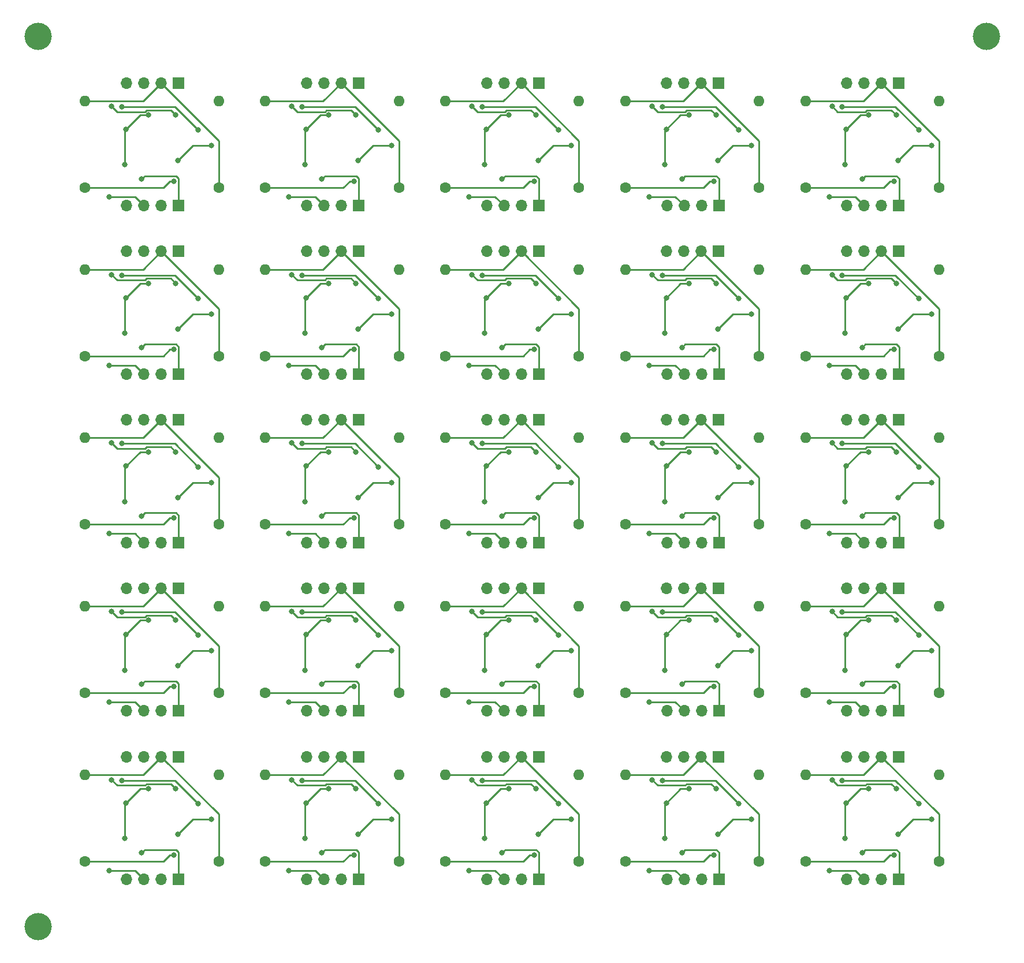
<source format=gbr>
%TF.GenerationSoftware,KiCad,Pcbnew,7.0.7-7.0.7~ubuntu20.04.1*%
%TF.CreationDate,2023-08-14T16:59:11-04:00*%
%TF.ProjectId,bno085-debug-board-panel,626e6f30-3835-42d6-9465-6275672d626f,rev?*%
%TF.SameCoordinates,Original*%
%TF.FileFunction,Copper,L2,Bot*%
%TF.FilePolarity,Positive*%
%FSLAX46Y46*%
G04 Gerber Fmt 4.6, Leading zero omitted, Abs format (unit mm)*
G04 Created by KiCad (PCBNEW 7.0.7-7.0.7~ubuntu20.04.1) date 2023-08-14 16:59:11*
%MOMM*%
%LPD*%
G01*
G04 APERTURE LIST*
%TA.AperFunction,ComponentPad*%
%ADD10R,1.700000X1.700000*%
%TD*%
%TA.AperFunction,ComponentPad*%
%ADD11O,1.700000X1.700000*%
%TD*%
%TA.AperFunction,ComponentPad*%
%ADD12C,1.600000*%
%TD*%
%TA.AperFunction,ComponentPad*%
%ADD13O,1.600000X1.600000*%
%TD*%
%TA.AperFunction,SMDPad,CuDef*%
%ADD14C,4.000000*%
%TD*%
%TA.AperFunction,ViaPad*%
%ADD15C,0.800000*%
%TD*%
%TA.AperFunction,Conductor*%
%ADD16C,0.250000*%
%TD*%
G04 APERTURE END LIST*
D10*
%TO.P,J1,1,Pin_1*%
%TO.N,Board_1-GND*%
X49480000Y-9300000D03*
D11*
%TO.P,J1,2,Pin_2*%
%TO.N,Board_1-+3.3V*%
X46940000Y-9300000D03*
%TO.P,J1,3,Pin_3*%
%TO.N,Board_1-/SCL*%
X44400000Y-9300000D03*
%TO.P,J1,4,Pin_4*%
%TO.N,Board_1-/SDA*%
X41860000Y-9300000D03*
%TD*%
D10*
%TO.P,J1,1,Pin_1*%
%TO.N,Board_24-GND*%
X128680000Y-108100000D03*
D11*
%TO.P,J1,2,Pin_2*%
%TO.N,Board_24-+3.3V*%
X126140000Y-108100000D03*
%TO.P,J1,3,Pin_3*%
%TO.N,Board_24-/SCL*%
X123600000Y-108100000D03*
%TO.P,J1,4,Pin_4*%
%TO.N,Board_24-/SDA*%
X121060000Y-108100000D03*
%TD*%
D12*
%TO.P,R2,1*%
%TO.N,Board_17-Net-(U1-ENV_SDA)*%
X62200000Y-98750000D03*
D13*
%TO.P,R2,2*%
%TO.N,Board_17-+3.3V*%
X62200000Y-86050000D03*
%TD*%
D10*
%TO.P,J2,1,Pin_1*%
%TO.N,Board_11-/CAP*%
X49500000Y-76700000D03*
D11*
%TO.P,J2,2,Pin_2*%
%TO.N,Board_11-/SA0*%
X46960000Y-76700000D03*
%TO.P,J2,3,Pin_3*%
%TO.N,Board_11-/BOOTN*%
X44420000Y-76700000D03*
%TO.P,J2,4,Pin_4*%
%TO.N,Board_11-/INT*%
X41880000Y-76700000D03*
%TD*%
D12*
%TO.P,R2,1*%
%TO.N,Board_0-Net-(U1-ENV_SDA)*%
X9400000Y-24650000D03*
D13*
%TO.P,R2,2*%
%TO.N,Board_0-+3.3V*%
X9400000Y-11950000D03*
%TD*%
D12*
%TO.P,R1,1*%
%TO.N,Board_6-+3.3V*%
X55400000Y-49350000D03*
D13*
%TO.P,R1,2*%
%TO.N,Board_6-Net-(U1-ENV_SCL)*%
X55400000Y-36650000D03*
%TD*%
D12*
%TO.P,R2,1*%
%TO.N,Board_10-Net-(U1-ENV_SDA)*%
X9400000Y-74050000D03*
D13*
%TO.P,R2,2*%
%TO.N,Board_10-+3.3V*%
X9400000Y-61350000D03*
%TD*%
D12*
%TO.P,R1,1*%
%TO.N,Board_13-+3.3V*%
X108200000Y-74050000D03*
D13*
%TO.P,R1,2*%
%TO.N,Board_13-Net-(U1-ENV_SCL)*%
X108200000Y-61350000D03*
%TD*%
D10*
%TO.P,J1,1,Pin_1*%
%TO.N,Board_14-GND*%
X128680000Y-58700000D03*
D11*
%TO.P,J1,2,Pin_2*%
%TO.N,Board_14-+3.3V*%
X126140000Y-58700000D03*
%TO.P,J1,3,Pin_3*%
%TO.N,Board_14-/SCL*%
X123600000Y-58700000D03*
%TO.P,J1,4,Pin_4*%
%TO.N,Board_14-/SDA*%
X121060000Y-58700000D03*
%TD*%
D12*
%TO.P,R2,1*%
%TO.N,Board_22-Net-(U1-ENV_SDA)*%
X62200000Y-123450000D03*
D13*
%TO.P,R2,2*%
%TO.N,Board_22-+3.3V*%
X62200000Y-110750000D03*
%TD*%
D10*
%TO.P,J1,1,Pin_1*%
%TO.N,Board_17-GND*%
X75880000Y-83400000D03*
D11*
%TO.P,J1,2,Pin_2*%
%TO.N,Board_17-+3.3V*%
X73340000Y-83400000D03*
%TO.P,J1,3,Pin_3*%
%TO.N,Board_17-/SCL*%
X70800000Y-83400000D03*
%TO.P,J1,4,Pin_4*%
%TO.N,Board_17-/SDA*%
X68260000Y-83400000D03*
%TD*%
D10*
%TO.P,J2,1,Pin_1*%
%TO.N,Board_0-/CAP*%
X23100000Y-27300000D03*
D11*
%TO.P,J2,2,Pin_2*%
%TO.N,Board_0-/SA0*%
X20560000Y-27300000D03*
%TO.P,J2,3,Pin_3*%
%TO.N,Board_0-/BOOTN*%
X18020000Y-27300000D03*
%TO.P,J2,4,Pin_4*%
%TO.N,Board_0-/INT*%
X15480000Y-27300000D03*
%TD*%
D12*
%TO.P,R2,1*%
%TO.N,Board_12-Net-(U1-ENV_SDA)*%
X62200000Y-74050000D03*
D13*
%TO.P,R2,2*%
%TO.N,Board_12-+3.3V*%
X62200000Y-61350000D03*
%TD*%
D10*
%TO.P,J1,1,Pin_1*%
%TO.N,Board_5-GND*%
X23080000Y-34000000D03*
D11*
%TO.P,J1,2,Pin_2*%
%TO.N,Board_5-+3.3V*%
X20540000Y-34000000D03*
%TO.P,J1,3,Pin_3*%
%TO.N,Board_5-/SCL*%
X18000000Y-34000000D03*
%TO.P,J1,4,Pin_4*%
%TO.N,Board_5-/SDA*%
X15460000Y-34000000D03*
%TD*%
D12*
%TO.P,R1,1*%
%TO.N,Board_12-+3.3V*%
X81800000Y-74050000D03*
D13*
%TO.P,R1,2*%
%TO.N,Board_12-Net-(U1-ENV_SCL)*%
X81800000Y-61350000D03*
%TD*%
D12*
%TO.P,R1,1*%
%TO.N,Board_11-+3.3V*%
X55400000Y-74050000D03*
D13*
%TO.P,R1,2*%
%TO.N,Board_11-Net-(U1-ENV_SCL)*%
X55400000Y-61350000D03*
%TD*%
D10*
%TO.P,J1,1,Pin_1*%
%TO.N,Board_18-GND*%
X102280000Y-83400000D03*
D11*
%TO.P,J1,2,Pin_2*%
%TO.N,Board_18-+3.3V*%
X99740000Y-83400000D03*
%TO.P,J1,3,Pin_3*%
%TO.N,Board_18-/SCL*%
X97200000Y-83400000D03*
%TO.P,J1,4,Pin_4*%
%TO.N,Board_18-/SDA*%
X94660000Y-83400000D03*
%TD*%
D12*
%TO.P,R2,1*%
%TO.N,Board_3-Net-(U1-ENV_SDA)*%
X88600000Y-24650000D03*
D13*
%TO.P,R2,2*%
%TO.N,Board_3-+3.3V*%
X88600000Y-11950000D03*
%TD*%
D10*
%TO.P,J2,1,Pin_1*%
%TO.N,Board_12-/CAP*%
X75900000Y-76700000D03*
D11*
%TO.P,J2,2,Pin_2*%
%TO.N,Board_12-/SA0*%
X73360000Y-76700000D03*
%TO.P,J2,3,Pin_3*%
%TO.N,Board_12-/BOOTN*%
X70820000Y-76700000D03*
%TO.P,J2,4,Pin_4*%
%TO.N,Board_12-/INT*%
X68280000Y-76700000D03*
%TD*%
D12*
%TO.P,R2,1*%
%TO.N,Board_14-Net-(U1-ENV_SDA)*%
X115000000Y-74050000D03*
D13*
%TO.P,R2,2*%
%TO.N,Board_14-+3.3V*%
X115000000Y-61350000D03*
%TD*%
D10*
%TO.P,J2,1,Pin_1*%
%TO.N,Board_18-/CAP*%
X102300000Y-101400000D03*
D11*
%TO.P,J2,2,Pin_2*%
%TO.N,Board_18-/SA0*%
X99760000Y-101400000D03*
%TO.P,J2,3,Pin_3*%
%TO.N,Board_18-/BOOTN*%
X97220000Y-101400000D03*
%TO.P,J2,4,Pin_4*%
%TO.N,Board_18-/INT*%
X94680000Y-101400000D03*
%TD*%
D12*
%TO.P,R2,1*%
%TO.N,Board_9-Net-(U1-ENV_SDA)*%
X115000000Y-49350000D03*
D13*
%TO.P,R2,2*%
%TO.N,Board_9-+3.3V*%
X115000000Y-36650000D03*
%TD*%
D10*
%TO.P,J2,1,Pin_1*%
%TO.N,Board_7-/CAP*%
X75900000Y-52000000D03*
D11*
%TO.P,J2,2,Pin_2*%
%TO.N,Board_7-/SA0*%
X73360000Y-52000000D03*
%TO.P,J2,3,Pin_3*%
%TO.N,Board_7-/BOOTN*%
X70820000Y-52000000D03*
%TO.P,J2,4,Pin_4*%
%TO.N,Board_7-/INT*%
X68280000Y-52000000D03*
%TD*%
D10*
%TO.P,J1,1,Pin_1*%
%TO.N,Board_21-GND*%
X49480000Y-108100000D03*
D11*
%TO.P,J1,2,Pin_2*%
%TO.N,Board_21-+3.3V*%
X46940000Y-108100000D03*
%TO.P,J1,3,Pin_3*%
%TO.N,Board_21-/SCL*%
X44400000Y-108100000D03*
%TO.P,J1,4,Pin_4*%
%TO.N,Board_21-/SDA*%
X41860000Y-108100000D03*
%TD*%
D10*
%TO.P,J2,1,Pin_1*%
%TO.N,Board_3-/CAP*%
X102300000Y-27300000D03*
D11*
%TO.P,J2,2,Pin_2*%
%TO.N,Board_3-/SA0*%
X99760000Y-27300000D03*
%TO.P,J2,3,Pin_3*%
%TO.N,Board_3-/BOOTN*%
X97220000Y-27300000D03*
%TO.P,J2,4,Pin_4*%
%TO.N,Board_3-/INT*%
X94680000Y-27300000D03*
%TD*%
D12*
%TO.P,R1,1*%
%TO.N,Board_22-+3.3V*%
X81800000Y-123450000D03*
D13*
%TO.P,R1,2*%
%TO.N,Board_22-Net-(U1-ENV_SCL)*%
X81800000Y-110750000D03*
%TD*%
D10*
%TO.P,J2,1,Pin_1*%
%TO.N,Board_19-/CAP*%
X128700000Y-101400000D03*
D11*
%TO.P,J2,2,Pin_2*%
%TO.N,Board_19-/SA0*%
X126160000Y-101400000D03*
%TO.P,J2,3,Pin_3*%
%TO.N,Board_19-/BOOTN*%
X123620000Y-101400000D03*
%TO.P,J2,4,Pin_4*%
%TO.N,Board_19-/INT*%
X121080000Y-101400000D03*
%TD*%
D12*
%TO.P,R2,1*%
%TO.N,Board_23-Net-(U1-ENV_SDA)*%
X88600000Y-123450000D03*
D13*
%TO.P,R2,2*%
%TO.N,Board_23-+3.3V*%
X88600000Y-110750000D03*
%TD*%
D10*
%TO.P,J2,1,Pin_1*%
%TO.N,Board_16-/CAP*%
X49500000Y-101400000D03*
D11*
%TO.P,J2,2,Pin_2*%
%TO.N,Board_16-/SA0*%
X46960000Y-101400000D03*
%TO.P,J2,3,Pin_3*%
%TO.N,Board_16-/BOOTN*%
X44420000Y-101400000D03*
%TO.P,J2,4,Pin_4*%
%TO.N,Board_16-/INT*%
X41880000Y-101400000D03*
%TD*%
D10*
%TO.P,J2,1,Pin_1*%
%TO.N,Board_22-/CAP*%
X75900000Y-126100000D03*
D11*
%TO.P,J2,2,Pin_2*%
%TO.N,Board_22-/SA0*%
X73360000Y-126100000D03*
%TO.P,J2,3,Pin_3*%
%TO.N,Board_22-/BOOTN*%
X70820000Y-126100000D03*
%TO.P,J2,4,Pin_4*%
%TO.N,Board_22-/INT*%
X68280000Y-126100000D03*
%TD*%
D12*
%TO.P,R2,1*%
%TO.N,Board_20-Net-(U1-ENV_SDA)*%
X9400000Y-123450000D03*
D13*
%TO.P,R2,2*%
%TO.N,Board_20-+3.3V*%
X9400000Y-110750000D03*
%TD*%
D12*
%TO.P,R1,1*%
%TO.N,Board_7-+3.3V*%
X81800000Y-49350000D03*
D13*
%TO.P,R1,2*%
%TO.N,Board_7-Net-(U1-ENV_SCL)*%
X81800000Y-36650000D03*
%TD*%
D10*
%TO.P,J1,1,Pin_1*%
%TO.N,Board_20-GND*%
X23080000Y-108100000D03*
D11*
%TO.P,J1,2,Pin_2*%
%TO.N,Board_20-+3.3V*%
X20540000Y-108100000D03*
%TO.P,J1,3,Pin_3*%
%TO.N,Board_20-/SCL*%
X18000000Y-108100000D03*
%TO.P,J1,4,Pin_4*%
%TO.N,Board_20-/SDA*%
X15460000Y-108100000D03*
%TD*%
D12*
%TO.P,R2,1*%
%TO.N,Board_15-Net-(U1-ENV_SDA)*%
X9400000Y-98750000D03*
D13*
%TO.P,R2,2*%
%TO.N,Board_15-+3.3V*%
X9400000Y-86050000D03*
%TD*%
D10*
%TO.P,J1,1,Pin_1*%
%TO.N,Board_9-GND*%
X128680000Y-34000000D03*
D11*
%TO.P,J1,2,Pin_2*%
%TO.N,Board_9-+3.3V*%
X126140000Y-34000000D03*
%TO.P,J1,3,Pin_3*%
%TO.N,Board_9-/SCL*%
X123600000Y-34000000D03*
%TO.P,J1,4,Pin_4*%
%TO.N,Board_9-/SDA*%
X121060000Y-34000000D03*
%TD*%
D12*
%TO.P,R2,1*%
%TO.N,Board_8-Net-(U1-ENV_SDA)*%
X88600000Y-49350000D03*
D13*
%TO.P,R2,2*%
%TO.N,Board_8-+3.3V*%
X88600000Y-36650000D03*
%TD*%
D10*
%TO.P,J1,1,Pin_1*%
%TO.N,Board_15-GND*%
X23080000Y-83400000D03*
D11*
%TO.P,J1,2,Pin_2*%
%TO.N,Board_15-+3.3V*%
X20540000Y-83400000D03*
%TO.P,J1,3,Pin_3*%
%TO.N,Board_15-/SCL*%
X18000000Y-83400000D03*
%TO.P,J1,4,Pin_4*%
%TO.N,Board_15-/SDA*%
X15460000Y-83400000D03*
%TD*%
D12*
%TO.P,R1,1*%
%TO.N,Board_18-+3.3V*%
X108200000Y-98750000D03*
D13*
%TO.P,R1,2*%
%TO.N,Board_18-Net-(U1-ENV_SCL)*%
X108200000Y-86050000D03*
%TD*%
D12*
%TO.P,R1,1*%
%TO.N,Board_20-+3.3V*%
X29000000Y-123450000D03*
D13*
%TO.P,R1,2*%
%TO.N,Board_20-Net-(U1-ENV_SCL)*%
X29000000Y-110750000D03*
%TD*%
D12*
%TO.P,R1,1*%
%TO.N,Board_2-+3.3V*%
X81800000Y-24650000D03*
D13*
%TO.P,R1,2*%
%TO.N,Board_2-Net-(U1-ENV_SCL)*%
X81800000Y-11950000D03*
%TD*%
D10*
%TO.P,J2,1,Pin_1*%
%TO.N,Board_9-/CAP*%
X128700000Y-52000000D03*
D11*
%TO.P,J2,2,Pin_2*%
%TO.N,Board_9-/SA0*%
X126160000Y-52000000D03*
%TO.P,J2,3,Pin_3*%
%TO.N,Board_9-/BOOTN*%
X123620000Y-52000000D03*
%TO.P,J2,4,Pin_4*%
%TO.N,Board_9-/INT*%
X121080000Y-52000000D03*
%TD*%
D10*
%TO.P,J1,1,Pin_1*%
%TO.N,Board_6-GND*%
X49480000Y-34000000D03*
D11*
%TO.P,J1,2,Pin_2*%
%TO.N,Board_6-+3.3V*%
X46940000Y-34000000D03*
%TO.P,J1,3,Pin_3*%
%TO.N,Board_6-/SCL*%
X44400000Y-34000000D03*
%TO.P,J1,4,Pin_4*%
%TO.N,Board_6-/SDA*%
X41860000Y-34000000D03*
%TD*%
D12*
%TO.P,R2,1*%
%TO.N,Board_16-Net-(U1-ENV_SDA)*%
X35800000Y-98750000D03*
D13*
%TO.P,R2,2*%
%TO.N,Board_16-+3.3V*%
X35800000Y-86050000D03*
%TD*%
D12*
%TO.P,R1,1*%
%TO.N,Board_0-+3.3V*%
X29000000Y-24650000D03*
D13*
%TO.P,R1,2*%
%TO.N,Board_0-Net-(U1-ENV_SCL)*%
X29000000Y-11950000D03*
%TD*%
D12*
%TO.P,R1,1*%
%TO.N,Board_5-+3.3V*%
X29000000Y-49350000D03*
D13*
%TO.P,R1,2*%
%TO.N,Board_5-Net-(U1-ENV_SCL)*%
X29000000Y-36650000D03*
%TD*%
D12*
%TO.P,R1,1*%
%TO.N,Board_23-+3.3V*%
X108200000Y-123450000D03*
D13*
%TO.P,R1,2*%
%TO.N,Board_23-Net-(U1-ENV_SCL)*%
X108200000Y-110750000D03*
%TD*%
D10*
%TO.P,J1,1,Pin_1*%
%TO.N,Board_23-GND*%
X102280000Y-108100000D03*
D11*
%TO.P,J1,2,Pin_2*%
%TO.N,Board_23-+3.3V*%
X99740000Y-108100000D03*
%TO.P,J1,3,Pin_3*%
%TO.N,Board_23-/SCL*%
X97200000Y-108100000D03*
%TO.P,J1,4,Pin_4*%
%TO.N,Board_23-/SDA*%
X94660000Y-108100000D03*
%TD*%
D12*
%TO.P,R1,1*%
%TO.N,Board_9-+3.3V*%
X134600000Y-49350000D03*
D13*
%TO.P,R1,2*%
%TO.N,Board_9-Net-(U1-ENV_SCL)*%
X134600000Y-36650000D03*
%TD*%
D12*
%TO.P,R1,1*%
%TO.N,Board_8-+3.3V*%
X108200000Y-49350000D03*
D13*
%TO.P,R1,2*%
%TO.N,Board_8-Net-(U1-ENV_SCL)*%
X108200000Y-36650000D03*
%TD*%
D12*
%TO.P,R2,1*%
%TO.N,Board_5-Net-(U1-ENV_SDA)*%
X9400000Y-49350000D03*
D13*
%TO.P,R2,2*%
%TO.N,Board_5-+3.3V*%
X9400000Y-36650000D03*
%TD*%
D12*
%TO.P,R1,1*%
%TO.N,Board_4-+3.3V*%
X134600000Y-24650000D03*
D13*
%TO.P,R1,2*%
%TO.N,Board_4-Net-(U1-ENV_SCL)*%
X134600000Y-11950000D03*
%TD*%
D12*
%TO.P,R2,1*%
%TO.N,Board_2-Net-(U1-ENV_SDA)*%
X62200000Y-24650000D03*
D13*
%TO.P,R2,2*%
%TO.N,Board_2-+3.3V*%
X62200000Y-11950000D03*
%TD*%
D10*
%TO.P,J1,1,Pin_1*%
%TO.N,Board_13-GND*%
X102280000Y-58700000D03*
D11*
%TO.P,J1,2,Pin_2*%
%TO.N,Board_13-+3.3V*%
X99740000Y-58700000D03*
%TO.P,J1,3,Pin_3*%
%TO.N,Board_13-/SCL*%
X97200000Y-58700000D03*
%TO.P,J1,4,Pin_4*%
%TO.N,Board_13-/SDA*%
X94660000Y-58700000D03*
%TD*%
D10*
%TO.P,J2,1,Pin_1*%
%TO.N,Board_6-/CAP*%
X49500000Y-52000000D03*
D11*
%TO.P,J2,2,Pin_2*%
%TO.N,Board_6-/SA0*%
X46960000Y-52000000D03*
%TO.P,J2,3,Pin_3*%
%TO.N,Board_6-/BOOTN*%
X44420000Y-52000000D03*
%TO.P,J2,4,Pin_4*%
%TO.N,Board_6-/INT*%
X41880000Y-52000000D03*
%TD*%
D10*
%TO.P,J2,1,Pin_1*%
%TO.N,Board_10-/CAP*%
X23100000Y-76700000D03*
D11*
%TO.P,J2,2,Pin_2*%
%TO.N,Board_10-/SA0*%
X20560000Y-76700000D03*
%TO.P,J2,3,Pin_3*%
%TO.N,Board_10-/BOOTN*%
X18020000Y-76700000D03*
%TO.P,J2,4,Pin_4*%
%TO.N,Board_10-/INT*%
X15480000Y-76700000D03*
%TD*%
D12*
%TO.P,R2,1*%
%TO.N,Board_1-Net-(U1-ENV_SDA)*%
X35800000Y-24650000D03*
D13*
%TO.P,R2,2*%
%TO.N,Board_1-+3.3V*%
X35800000Y-11950000D03*
%TD*%
D12*
%TO.P,R2,1*%
%TO.N,Board_19-Net-(U1-ENV_SDA)*%
X115000000Y-98750000D03*
D13*
%TO.P,R2,2*%
%TO.N,Board_19-+3.3V*%
X115000000Y-86050000D03*
%TD*%
D10*
%TO.P,J1,1,Pin_1*%
%TO.N,Board_7-GND*%
X75880000Y-34000000D03*
D11*
%TO.P,J1,2,Pin_2*%
%TO.N,Board_7-+3.3V*%
X73340000Y-34000000D03*
%TO.P,J1,3,Pin_3*%
%TO.N,Board_7-/SCL*%
X70800000Y-34000000D03*
%TO.P,J1,4,Pin_4*%
%TO.N,Board_7-/SDA*%
X68260000Y-34000000D03*
%TD*%
D10*
%TO.P,J2,1,Pin_1*%
%TO.N,Board_4-/CAP*%
X128700000Y-27300000D03*
D11*
%TO.P,J2,2,Pin_2*%
%TO.N,Board_4-/SA0*%
X126160000Y-27300000D03*
%TO.P,J2,3,Pin_3*%
%TO.N,Board_4-/BOOTN*%
X123620000Y-27300000D03*
%TO.P,J2,4,Pin_4*%
%TO.N,Board_4-/INT*%
X121080000Y-27300000D03*
%TD*%
D10*
%TO.P,J1,1,Pin_1*%
%TO.N,Board_22-GND*%
X75880000Y-108100000D03*
D11*
%TO.P,J1,2,Pin_2*%
%TO.N,Board_22-+3.3V*%
X73340000Y-108100000D03*
%TO.P,J1,3,Pin_3*%
%TO.N,Board_22-/SCL*%
X70800000Y-108100000D03*
%TO.P,J1,4,Pin_4*%
%TO.N,Board_22-/SDA*%
X68260000Y-108100000D03*
%TD*%
D12*
%TO.P,R1,1*%
%TO.N,Board_19-+3.3V*%
X134600000Y-98750000D03*
D13*
%TO.P,R1,2*%
%TO.N,Board_19-Net-(U1-ENV_SCL)*%
X134600000Y-86050000D03*
%TD*%
D12*
%TO.P,R2,1*%
%TO.N,Board_7-Net-(U1-ENV_SDA)*%
X62200000Y-49350000D03*
D13*
%TO.P,R2,2*%
%TO.N,Board_7-+3.3V*%
X62200000Y-36650000D03*
%TD*%
D10*
%TO.P,J2,1,Pin_1*%
%TO.N,Board_14-/CAP*%
X128700000Y-76700000D03*
D11*
%TO.P,J2,2,Pin_2*%
%TO.N,Board_14-/SA0*%
X126160000Y-76700000D03*
%TO.P,J2,3,Pin_3*%
%TO.N,Board_14-/BOOTN*%
X123620000Y-76700000D03*
%TO.P,J2,4,Pin_4*%
%TO.N,Board_14-/INT*%
X121080000Y-76700000D03*
%TD*%
D10*
%TO.P,J1,1,Pin_1*%
%TO.N,Board_2-GND*%
X75880000Y-9300000D03*
D11*
%TO.P,J1,2,Pin_2*%
%TO.N,Board_2-+3.3V*%
X73340000Y-9300000D03*
%TO.P,J1,3,Pin_3*%
%TO.N,Board_2-/SCL*%
X70800000Y-9300000D03*
%TO.P,J1,4,Pin_4*%
%TO.N,Board_2-/SDA*%
X68260000Y-9300000D03*
%TD*%
D10*
%TO.P,J1,1,Pin_1*%
%TO.N,Board_4-GND*%
X128680000Y-9300000D03*
D11*
%TO.P,J1,2,Pin_2*%
%TO.N,Board_4-+3.3V*%
X126140000Y-9300000D03*
%TO.P,J1,3,Pin_3*%
%TO.N,Board_4-/SCL*%
X123600000Y-9300000D03*
%TO.P,J1,4,Pin_4*%
%TO.N,Board_4-/SDA*%
X121060000Y-9300000D03*
%TD*%
D10*
%TO.P,J1,1,Pin_1*%
%TO.N,Board_8-GND*%
X102280000Y-34000000D03*
D11*
%TO.P,J1,2,Pin_2*%
%TO.N,Board_8-+3.3V*%
X99740000Y-34000000D03*
%TO.P,J1,3,Pin_3*%
%TO.N,Board_8-/SCL*%
X97200000Y-34000000D03*
%TO.P,J1,4,Pin_4*%
%TO.N,Board_8-/SDA*%
X94660000Y-34000000D03*
%TD*%
D12*
%TO.P,R2,1*%
%TO.N,Board_4-Net-(U1-ENV_SDA)*%
X115000000Y-24650000D03*
D13*
%TO.P,R2,2*%
%TO.N,Board_4-+3.3V*%
X115000000Y-11950000D03*
%TD*%
D10*
%TO.P,J1,1,Pin_1*%
%TO.N,Board_10-GND*%
X23080000Y-58700000D03*
D11*
%TO.P,J1,2,Pin_2*%
%TO.N,Board_10-+3.3V*%
X20540000Y-58700000D03*
%TO.P,J1,3,Pin_3*%
%TO.N,Board_10-/SCL*%
X18000000Y-58700000D03*
%TO.P,J1,4,Pin_4*%
%TO.N,Board_10-/SDA*%
X15460000Y-58700000D03*
%TD*%
D10*
%TO.P,J2,1,Pin_1*%
%TO.N,Board_8-/CAP*%
X102300000Y-52000000D03*
D11*
%TO.P,J2,2,Pin_2*%
%TO.N,Board_8-/SA0*%
X99760000Y-52000000D03*
%TO.P,J2,3,Pin_3*%
%TO.N,Board_8-/BOOTN*%
X97220000Y-52000000D03*
%TO.P,J2,4,Pin_4*%
%TO.N,Board_8-/INT*%
X94680000Y-52000000D03*
%TD*%
D12*
%TO.P,R2,1*%
%TO.N,Board_21-Net-(U1-ENV_SDA)*%
X35800000Y-123450000D03*
D13*
%TO.P,R2,2*%
%TO.N,Board_21-+3.3V*%
X35800000Y-110750000D03*
%TD*%
D10*
%TO.P,J2,1,Pin_1*%
%TO.N,Board_24-/CAP*%
X128700000Y-126100000D03*
D11*
%TO.P,J2,2,Pin_2*%
%TO.N,Board_24-/SA0*%
X126160000Y-126100000D03*
%TO.P,J2,3,Pin_3*%
%TO.N,Board_24-/BOOTN*%
X123620000Y-126100000D03*
%TO.P,J2,4,Pin_4*%
%TO.N,Board_24-/INT*%
X121080000Y-126100000D03*
%TD*%
D12*
%TO.P,R1,1*%
%TO.N,Board_10-+3.3V*%
X29000000Y-74050000D03*
D13*
%TO.P,R1,2*%
%TO.N,Board_10-Net-(U1-ENV_SCL)*%
X29000000Y-61350000D03*
%TD*%
D12*
%TO.P,R1,1*%
%TO.N,Board_24-+3.3V*%
X134600000Y-123450000D03*
D13*
%TO.P,R1,2*%
%TO.N,Board_24-Net-(U1-ENV_SCL)*%
X134600000Y-110750000D03*
%TD*%
D10*
%TO.P,J1,1,Pin_1*%
%TO.N,Board_11-GND*%
X49480000Y-58700000D03*
D11*
%TO.P,J1,2,Pin_2*%
%TO.N,Board_11-+3.3V*%
X46940000Y-58700000D03*
%TO.P,J1,3,Pin_3*%
%TO.N,Board_11-/SCL*%
X44400000Y-58700000D03*
%TO.P,J1,4,Pin_4*%
%TO.N,Board_11-/SDA*%
X41860000Y-58700000D03*
%TD*%
D12*
%TO.P,R2,1*%
%TO.N,Board_6-Net-(U1-ENV_SDA)*%
X35800000Y-49350000D03*
D13*
%TO.P,R2,2*%
%TO.N,Board_6-+3.3V*%
X35800000Y-36650000D03*
%TD*%
D10*
%TO.P,J2,1,Pin_1*%
%TO.N,Board_17-/CAP*%
X75900000Y-101400000D03*
D11*
%TO.P,J2,2,Pin_2*%
%TO.N,Board_17-/SA0*%
X73360000Y-101400000D03*
%TO.P,J2,3,Pin_3*%
%TO.N,Board_17-/BOOTN*%
X70820000Y-101400000D03*
%TO.P,J2,4,Pin_4*%
%TO.N,Board_17-/INT*%
X68280000Y-101400000D03*
%TD*%
D10*
%TO.P,J2,1,Pin_1*%
%TO.N,Board_15-/CAP*%
X23100000Y-101400000D03*
D11*
%TO.P,J2,2,Pin_2*%
%TO.N,Board_15-/SA0*%
X20560000Y-101400000D03*
%TO.P,J2,3,Pin_3*%
%TO.N,Board_15-/BOOTN*%
X18020000Y-101400000D03*
%TO.P,J2,4,Pin_4*%
%TO.N,Board_15-/INT*%
X15480000Y-101400000D03*
%TD*%
D12*
%TO.P,R1,1*%
%TO.N,Board_3-+3.3V*%
X108200000Y-24650000D03*
D13*
%TO.P,R1,2*%
%TO.N,Board_3-Net-(U1-ENV_SCL)*%
X108200000Y-11950000D03*
%TD*%
D12*
%TO.P,R1,1*%
%TO.N,Board_21-+3.3V*%
X55400000Y-123450000D03*
D13*
%TO.P,R1,2*%
%TO.N,Board_21-Net-(U1-ENV_SCL)*%
X55400000Y-110750000D03*
%TD*%
D10*
%TO.P,J2,1,Pin_1*%
%TO.N,Board_23-/CAP*%
X102300000Y-126100000D03*
D11*
%TO.P,J2,2,Pin_2*%
%TO.N,Board_23-/SA0*%
X99760000Y-126100000D03*
%TO.P,J2,3,Pin_3*%
%TO.N,Board_23-/BOOTN*%
X97220000Y-126100000D03*
%TO.P,J2,4,Pin_4*%
%TO.N,Board_23-/INT*%
X94680000Y-126100000D03*
%TD*%
D12*
%TO.P,R1,1*%
%TO.N,Board_14-+3.3V*%
X134600000Y-74050000D03*
D13*
%TO.P,R1,2*%
%TO.N,Board_14-Net-(U1-ENV_SCL)*%
X134600000Y-61350000D03*
%TD*%
D10*
%TO.P,J2,1,Pin_1*%
%TO.N,Board_20-/CAP*%
X23100000Y-126100000D03*
D11*
%TO.P,J2,2,Pin_2*%
%TO.N,Board_20-/SA0*%
X20560000Y-126100000D03*
%TO.P,J2,3,Pin_3*%
%TO.N,Board_20-/BOOTN*%
X18020000Y-126100000D03*
%TO.P,J2,4,Pin_4*%
%TO.N,Board_20-/INT*%
X15480000Y-126100000D03*
%TD*%
D10*
%TO.P,J1,1,Pin_1*%
%TO.N,Board_0-GND*%
X23080000Y-9300000D03*
D11*
%TO.P,J1,2,Pin_2*%
%TO.N,Board_0-+3.3V*%
X20540000Y-9300000D03*
%TO.P,J1,3,Pin_3*%
%TO.N,Board_0-/SCL*%
X18000000Y-9300000D03*
%TO.P,J1,4,Pin_4*%
%TO.N,Board_0-/SDA*%
X15460000Y-9300000D03*
%TD*%
D10*
%TO.P,J2,1,Pin_1*%
%TO.N,Board_5-/CAP*%
X23100000Y-52000000D03*
D11*
%TO.P,J2,2,Pin_2*%
%TO.N,Board_5-/SA0*%
X20560000Y-52000000D03*
%TO.P,J2,3,Pin_3*%
%TO.N,Board_5-/BOOTN*%
X18020000Y-52000000D03*
%TO.P,J2,4,Pin_4*%
%TO.N,Board_5-/INT*%
X15480000Y-52000000D03*
%TD*%
D10*
%TO.P,J1,1,Pin_1*%
%TO.N,Board_3-GND*%
X102280000Y-9300000D03*
D11*
%TO.P,J1,2,Pin_2*%
%TO.N,Board_3-+3.3V*%
X99740000Y-9300000D03*
%TO.P,J1,3,Pin_3*%
%TO.N,Board_3-/SCL*%
X97200000Y-9300000D03*
%TO.P,J1,4,Pin_4*%
%TO.N,Board_3-/SDA*%
X94660000Y-9300000D03*
%TD*%
D10*
%TO.P,J2,1,Pin_1*%
%TO.N,Board_1-/CAP*%
X49500000Y-27300000D03*
D11*
%TO.P,J2,2,Pin_2*%
%TO.N,Board_1-/SA0*%
X46960000Y-27300000D03*
%TO.P,J2,3,Pin_3*%
%TO.N,Board_1-/BOOTN*%
X44420000Y-27300000D03*
%TO.P,J2,4,Pin_4*%
%TO.N,Board_1-/INT*%
X41880000Y-27300000D03*
%TD*%
D12*
%TO.P,R1,1*%
%TO.N,Board_17-+3.3V*%
X81800000Y-98750000D03*
D13*
%TO.P,R1,2*%
%TO.N,Board_17-Net-(U1-ENV_SCL)*%
X81800000Y-86050000D03*
%TD*%
D10*
%TO.P,J1,1,Pin_1*%
%TO.N,Board_16-GND*%
X49480000Y-83400000D03*
D11*
%TO.P,J1,2,Pin_2*%
%TO.N,Board_16-+3.3V*%
X46940000Y-83400000D03*
%TO.P,J1,3,Pin_3*%
%TO.N,Board_16-/SCL*%
X44400000Y-83400000D03*
%TO.P,J1,4,Pin_4*%
%TO.N,Board_16-/SDA*%
X41860000Y-83400000D03*
%TD*%
D10*
%TO.P,J1,1,Pin_1*%
%TO.N,Board_12-GND*%
X75880000Y-58700000D03*
D11*
%TO.P,J1,2,Pin_2*%
%TO.N,Board_12-+3.3V*%
X73340000Y-58700000D03*
%TO.P,J1,3,Pin_3*%
%TO.N,Board_12-/SCL*%
X70800000Y-58700000D03*
%TO.P,J1,4,Pin_4*%
%TO.N,Board_12-/SDA*%
X68260000Y-58700000D03*
%TD*%
D10*
%TO.P,J2,1,Pin_1*%
%TO.N,Board_2-/CAP*%
X75900000Y-27300000D03*
D11*
%TO.P,J2,2,Pin_2*%
%TO.N,Board_2-/SA0*%
X73360000Y-27300000D03*
%TO.P,J2,3,Pin_3*%
%TO.N,Board_2-/BOOTN*%
X70820000Y-27300000D03*
%TO.P,J2,4,Pin_4*%
%TO.N,Board_2-/INT*%
X68280000Y-27300000D03*
%TD*%
D10*
%TO.P,J2,1,Pin_1*%
%TO.N,Board_13-/CAP*%
X102300000Y-76700000D03*
D11*
%TO.P,J2,2,Pin_2*%
%TO.N,Board_13-/SA0*%
X99760000Y-76700000D03*
%TO.P,J2,3,Pin_3*%
%TO.N,Board_13-/BOOTN*%
X97220000Y-76700000D03*
%TO.P,J2,4,Pin_4*%
%TO.N,Board_13-/INT*%
X94680000Y-76700000D03*
%TD*%
D12*
%TO.P,R2,1*%
%TO.N,Board_18-Net-(U1-ENV_SDA)*%
X88600000Y-98750000D03*
D13*
%TO.P,R2,2*%
%TO.N,Board_18-+3.3V*%
X88600000Y-86050000D03*
%TD*%
D10*
%TO.P,J1,1,Pin_1*%
%TO.N,Board_19-GND*%
X128680000Y-83400000D03*
D11*
%TO.P,J1,2,Pin_2*%
%TO.N,Board_19-+3.3V*%
X126140000Y-83400000D03*
%TO.P,J1,3,Pin_3*%
%TO.N,Board_19-/SCL*%
X123600000Y-83400000D03*
%TO.P,J1,4,Pin_4*%
%TO.N,Board_19-/SDA*%
X121060000Y-83400000D03*
%TD*%
D12*
%TO.P,R2,1*%
%TO.N,Board_11-Net-(U1-ENV_SDA)*%
X35800000Y-74050000D03*
D13*
%TO.P,R2,2*%
%TO.N,Board_11-+3.3V*%
X35800000Y-61350000D03*
%TD*%
D12*
%TO.P,R1,1*%
%TO.N,Board_15-+3.3V*%
X29000000Y-98750000D03*
D13*
%TO.P,R1,2*%
%TO.N,Board_15-Net-(U1-ENV_SCL)*%
X29000000Y-86050000D03*
%TD*%
D12*
%TO.P,R1,1*%
%TO.N,Board_1-+3.3V*%
X55400000Y-24650000D03*
D13*
%TO.P,R1,2*%
%TO.N,Board_1-Net-(U1-ENV_SCL)*%
X55400000Y-11950000D03*
%TD*%
D10*
%TO.P,J2,1,Pin_1*%
%TO.N,Board_21-/CAP*%
X49500000Y-126100000D03*
D11*
%TO.P,J2,2,Pin_2*%
%TO.N,Board_21-/SA0*%
X46960000Y-126100000D03*
%TO.P,J2,3,Pin_3*%
%TO.N,Board_21-/BOOTN*%
X44420000Y-126100000D03*
%TO.P,J2,4,Pin_4*%
%TO.N,Board_21-/INT*%
X41880000Y-126100000D03*
%TD*%
D12*
%TO.P,R2,1*%
%TO.N,Board_24-Net-(U1-ENV_SDA)*%
X115000000Y-123450000D03*
D13*
%TO.P,R2,2*%
%TO.N,Board_24-+3.3V*%
X115000000Y-110750000D03*
%TD*%
D12*
%TO.P,R1,1*%
%TO.N,Board_16-+3.3V*%
X55400000Y-98750000D03*
D13*
%TO.P,R1,2*%
%TO.N,Board_16-Net-(U1-ENV_SCL)*%
X55400000Y-86050000D03*
%TD*%
D12*
%TO.P,R2,1*%
%TO.N,Board_13-Net-(U1-ENV_SDA)*%
X88600000Y-74050000D03*
D13*
%TO.P,R2,2*%
%TO.N,Board_13-+3.3V*%
X88600000Y-61350000D03*
%TD*%
D14*
%TO.P,REF\u002A\u002A,*%
%TO.N,*%
X2500000Y-2500000D03*
%TD*%
%TO.P,REF\u002A\u002A,*%
%TO.N,*%
X2500000Y-133000000D03*
%TD*%
%TO.P,REF\u002A\u002A,*%
%TO.N,*%
X141500000Y-2500000D03*
%TD*%
D15*
%TO.N,Board_0-/BOOTN*%
X12900000Y-26000000D03*
%TO.N,Board_0-/CAP*%
X17700000Y-23400000D03*
%TO.N,Board_0-/SCL*%
X26000000Y-16200000D03*
X14800000Y-12800000D03*
%TO.N,Board_0-/SDA*%
X22700000Y-14000000D03*
X13300000Y-12700000D03*
%TO.N,Board_0-GND*%
X18700000Y-14000000D03*
X15200000Y-21300000D03*
X15400000Y-16100000D03*
%TO.N,Board_0-Net-(U1-ENV_SCL)*%
X23000000Y-20700000D03*
X27900000Y-18500000D03*
%TO.N,Board_0-Net-(U1-ENV_SDA)*%
X22400000Y-23700000D03*
%TO.N,Board_1-/BOOTN*%
X39300000Y-26000000D03*
%TO.N,Board_1-/CAP*%
X44100000Y-23400000D03*
%TO.N,Board_1-/SCL*%
X52400000Y-16200000D03*
X41200000Y-12800000D03*
%TO.N,Board_1-/SDA*%
X49100000Y-14000000D03*
X39700000Y-12700000D03*
%TO.N,Board_1-GND*%
X41600000Y-21300000D03*
X45100000Y-14000000D03*
X41800000Y-16100000D03*
%TO.N,Board_1-Net-(U1-ENV_SCL)*%
X54300000Y-18500000D03*
X49400000Y-20700000D03*
%TO.N,Board_1-Net-(U1-ENV_SDA)*%
X48800000Y-23700000D03*
%TO.N,Board_2-/BOOTN*%
X65700000Y-26000000D03*
%TO.N,Board_2-/CAP*%
X70500000Y-23400000D03*
%TO.N,Board_2-/SCL*%
X67600000Y-12800000D03*
X78800000Y-16200000D03*
%TO.N,Board_2-/SDA*%
X75500000Y-14000000D03*
X66100000Y-12700000D03*
%TO.N,Board_2-GND*%
X68200000Y-16100000D03*
X68000000Y-21300000D03*
X71500000Y-14000000D03*
%TO.N,Board_2-Net-(U1-ENV_SCL)*%
X80700000Y-18500000D03*
X75800000Y-20700000D03*
%TO.N,Board_2-Net-(U1-ENV_SDA)*%
X75200000Y-23700000D03*
%TO.N,Board_3-/BOOTN*%
X92100000Y-26000000D03*
%TO.N,Board_3-/CAP*%
X96900000Y-23400000D03*
%TO.N,Board_3-/SCL*%
X94000000Y-12800000D03*
X105200000Y-16200000D03*
%TO.N,Board_3-/SDA*%
X92500000Y-12700000D03*
X101900000Y-14000000D03*
%TO.N,Board_3-GND*%
X94400000Y-21300000D03*
X94600000Y-16100000D03*
X97900000Y-14000000D03*
%TO.N,Board_3-Net-(U1-ENV_SCL)*%
X107100000Y-18500000D03*
X102200000Y-20700000D03*
%TO.N,Board_3-Net-(U1-ENV_SDA)*%
X101600000Y-23700000D03*
%TO.N,Board_4-/BOOTN*%
X118500000Y-26000000D03*
%TO.N,Board_4-/CAP*%
X123300000Y-23400000D03*
%TO.N,Board_4-/SCL*%
X120400000Y-12800000D03*
X131600000Y-16200000D03*
%TO.N,Board_4-/SDA*%
X118900000Y-12700000D03*
X128300000Y-14000000D03*
%TO.N,Board_4-GND*%
X120800000Y-21300000D03*
X121000000Y-16100000D03*
X124300000Y-14000000D03*
%TO.N,Board_4-Net-(U1-ENV_SCL)*%
X133500000Y-18500000D03*
X128600000Y-20700000D03*
%TO.N,Board_4-Net-(U1-ENV_SDA)*%
X128000000Y-23700000D03*
%TO.N,Board_5-/BOOTN*%
X12900000Y-50700000D03*
%TO.N,Board_5-/CAP*%
X17700000Y-48100000D03*
%TO.N,Board_5-/SCL*%
X14800000Y-37500000D03*
X26000000Y-40900000D03*
%TO.N,Board_5-/SDA*%
X13300000Y-37400000D03*
X22700000Y-38700000D03*
%TO.N,Board_5-GND*%
X15200000Y-46000000D03*
X18700000Y-38700000D03*
X15400000Y-40800000D03*
%TO.N,Board_5-Net-(U1-ENV_SCL)*%
X23000000Y-45400000D03*
X27900000Y-43200000D03*
%TO.N,Board_5-Net-(U1-ENV_SDA)*%
X22400000Y-48400000D03*
%TO.N,Board_6-/BOOTN*%
X39300000Y-50700000D03*
%TO.N,Board_6-/CAP*%
X44100000Y-48100000D03*
%TO.N,Board_6-/SCL*%
X52400000Y-40900000D03*
X41200000Y-37500000D03*
%TO.N,Board_6-/SDA*%
X39700000Y-37400000D03*
X49100000Y-38700000D03*
%TO.N,Board_6-GND*%
X41600000Y-46000000D03*
X45100000Y-38700000D03*
X41800000Y-40800000D03*
%TO.N,Board_6-Net-(U1-ENV_SCL)*%
X49400000Y-45400000D03*
X54300000Y-43200000D03*
%TO.N,Board_6-Net-(U1-ENV_SDA)*%
X48800000Y-48400000D03*
%TO.N,Board_7-/BOOTN*%
X65700000Y-50700000D03*
%TO.N,Board_7-/CAP*%
X70500000Y-48100000D03*
%TO.N,Board_7-/SCL*%
X78800000Y-40900000D03*
X67600000Y-37500000D03*
%TO.N,Board_7-/SDA*%
X66100000Y-37400000D03*
X75500000Y-38700000D03*
%TO.N,Board_7-GND*%
X68200000Y-40800000D03*
X71500000Y-38700000D03*
X68000000Y-46000000D03*
%TO.N,Board_7-Net-(U1-ENV_SCL)*%
X80700000Y-43200000D03*
X75800000Y-45400000D03*
%TO.N,Board_7-Net-(U1-ENV_SDA)*%
X75200000Y-48400000D03*
%TO.N,Board_8-/BOOTN*%
X92100000Y-50700000D03*
%TO.N,Board_8-/CAP*%
X96900000Y-48100000D03*
%TO.N,Board_8-/SCL*%
X94000000Y-37500000D03*
X105200000Y-40900000D03*
%TO.N,Board_8-/SDA*%
X92500000Y-37400000D03*
X101900000Y-38700000D03*
%TO.N,Board_8-GND*%
X97900000Y-38700000D03*
X94600000Y-40800000D03*
X94400000Y-46000000D03*
%TO.N,Board_8-Net-(U1-ENV_SCL)*%
X102200000Y-45400000D03*
X107100000Y-43200000D03*
%TO.N,Board_8-Net-(U1-ENV_SDA)*%
X101600000Y-48400000D03*
%TO.N,Board_9-/BOOTN*%
X118500000Y-50700000D03*
%TO.N,Board_9-/CAP*%
X123300000Y-48100000D03*
%TO.N,Board_9-/SCL*%
X120400000Y-37500000D03*
X131600000Y-40900000D03*
%TO.N,Board_9-/SDA*%
X118900000Y-37400000D03*
X128300000Y-38700000D03*
%TO.N,Board_9-GND*%
X121000000Y-40800000D03*
X120800000Y-46000000D03*
X124300000Y-38700000D03*
%TO.N,Board_9-Net-(U1-ENV_SCL)*%
X128600000Y-45400000D03*
X133500000Y-43200000D03*
%TO.N,Board_9-Net-(U1-ENV_SDA)*%
X128000000Y-48400000D03*
%TO.N,Board_10-/BOOTN*%
X12900000Y-75400000D03*
%TO.N,Board_10-/CAP*%
X17700000Y-72800000D03*
%TO.N,Board_10-/SCL*%
X26000000Y-65600000D03*
X14800000Y-62200000D03*
%TO.N,Board_10-/SDA*%
X22700000Y-63400000D03*
X13300000Y-62100000D03*
%TO.N,Board_10-GND*%
X15400000Y-65500000D03*
X18700000Y-63400000D03*
X15200000Y-70700000D03*
%TO.N,Board_10-Net-(U1-ENV_SCL)*%
X27900000Y-67900000D03*
X23000000Y-70100000D03*
%TO.N,Board_10-Net-(U1-ENV_SDA)*%
X22400000Y-73100000D03*
%TO.N,Board_11-/BOOTN*%
X39300000Y-75400000D03*
%TO.N,Board_11-/CAP*%
X44100000Y-72800000D03*
%TO.N,Board_11-/SCL*%
X52400000Y-65600000D03*
X41200000Y-62200000D03*
%TO.N,Board_11-/SDA*%
X49100000Y-63400000D03*
X39700000Y-62100000D03*
%TO.N,Board_11-GND*%
X41600000Y-70700000D03*
X45100000Y-63400000D03*
X41800000Y-65500000D03*
%TO.N,Board_11-Net-(U1-ENV_SCL)*%
X49400000Y-70100000D03*
X54300000Y-67900000D03*
%TO.N,Board_11-Net-(U1-ENV_SDA)*%
X48800000Y-73100000D03*
%TO.N,Board_12-/BOOTN*%
X65700000Y-75400000D03*
%TO.N,Board_12-/CAP*%
X70500000Y-72800000D03*
%TO.N,Board_12-/SCL*%
X78800000Y-65600000D03*
X67600000Y-62200000D03*
%TO.N,Board_12-/SDA*%
X66100000Y-62100000D03*
X75500000Y-63400000D03*
%TO.N,Board_12-GND*%
X71500000Y-63400000D03*
X68000000Y-70700000D03*
X68200000Y-65500000D03*
%TO.N,Board_12-Net-(U1-ENV_SCL)*%
X75800000Y-70100000D03*
X80700000Y-67900000D03*
%TO.N,Board_12-Net-(U1-ENV_SDA)*%
X75200000Y-73100000D03*
%TO.N,Board_13-/BOOTN*%
X92100000Y-75400000D03*
%TO.N,Board_13-/CAP*%
X96900000Y-72800000D03*
%TO.N,Board_13-/SCL*%
X105200000Y-65600000D03*
X94000000Y-62200000D03*
%TO.N,Board_13-/SDA*%
X92500000Y-62100000D03*
X101900000Y-63400000D03*
%TO.N,Board_13-GND*%
X97900000Y-63400000D03*
X94600000Y-65500000D03*
X94400000Y-70700000D03*
%TO.N,Board_13-Net-(U1-ENV_SCL)*%
X102200000Y-70100000D03*
X107100000Y-67900000D03*
%TO.N,Board_13-Net-(U1-ENV_SDA)*%
X101600000Y-73100000D03*
%TO.N,Board_14-/BOOTN*%
X118500000Y-75400000D03*
%TO.N,Board_14-/CAP*%
X123300000Y-72800000D03*
%TO.N,Board_14-/SCL*%
X131600000Y-65600000D03*
X120400000Y-62200000D03*
%TO.N,Board_14-/SDA*%
X128300000Y-63400000D03*
X118900000Y-62100000D03*
%TO.N,Board_14-GND*%
X121000000Y-65500000D03*
X124300000Y-63400000D03*
X120800000Y-70700000D03*
%TO.N,Board_14-Net-(U1-ENV_SCL)*%
X133500000Y-67900000D03*
X128600000Y-70100000D03*
%TO.N,Board_14-Net-(U1-ENV_SDA)*%
X128000000Y-73100000D03*
%TO.N,Board_15-/BOOTN*%
X12900000Y-100100000D03*
%TO.N,Board_15-/CAP*%
X17700000Y-97500000D03*
%TO.N,Board_15-/SCL*%
X26000000Y-90300000D03*
X14800000Y-86900000D03*
%TO.N,Board_15-/SDA*%
X13300000Y-86800000D03*
X22700000Y-88100000D03*
%TO.N,Board_15-GND*%
X15400000Y-90200000D03*
X18700000Y-88100000D03*
X15200000Y-95400000D03*
%TO.N,Board_15-Net-(U1-ENV_SCL)*%
X23000000Y-94800000D03*
X27900000Y-92600000D03*
%TO.N,Board_15-Net-(U1-ENV_SDA)*%
X22400000Y-97800000D03*
%TO.N,Board_16-/BOOTN*%
X39300000Y-100100000D03*
%TO.N,Board_16-/CAP*%
X44100000Y-97500000D03*
%TO.N,Board_16-/SCL*%
X52400000Y-90300000D03*
X41200000Y-86900000D03*
%TO.N,Board_16-/SDA*%
X39700000Y-86800000D03*
X49100000Y-88100000D03*
%TO.N,Board_16-GND*%
X41600000Y-95400000D03*
X41800000Y-90200000D03*
X45100000Y-88100000D03*
%TO.N,Board_16-Net-(U1-ENV_SCL)*%
X49400000Y-94800000D03*
X54300000Y-92600000D03*
%TO.N,Board_16-Net-(U1-ENV_SDA)*%
X48800000Y-97800000D03*
%TO.N,Board_17-/BOOTN*%
X65700000Y-100100000D03*
%TO.N,Board_17-/CAP*%
X70500000Y-97500000D03*
%TO.N,Board_17-/SCL*%
X78800000Y-90300000D03*
X67600000Y-86900000D03*
%TO.N,Board_17-/SDA*%
X66100000Y-86800000D03*
X75500000Y-88100000D03*
%TO.N,Board_17-GND*%
X68200000Y-90200000D03*
X68000000Y-95400000D03*
X71500000Y-88100000D03*
%TO.N,Board_17-Net-(U1-ENV_SCL)*%
X75800000Y-94800000D03*
X80700000Y-92600000D03*
%TO.N,Board_17-Net-(U1-ENV_SDA)*%
X75200000Y-97800000D03*
%TO.N,Board_18-/BOOTN*%
X92100000Y-100100000D03*
%TO.N,Board_18-/CAP*%
X96900000Y-97500000D03*
%TO.N,Board_18-/SCL*%
X105200000Y-90300000D03*
X94000000Y-86900000D03*
%TO.N,Board_18-/SDA*%
X92500000Y-86800000D03*
X101900000Y-88100000D03*
%TO.N,Board_18-GND*%
X94600000Y-90200000D03*
X94400000Y-95400000D03*
X97900000Y-88100000D03*
%TO.N,Board_18-Net-(U1-ENV_SCL)*%
X107100000Y-92600000D03*
X102200000Y-94800000D03*
%TO.N,Board_18-Net-(U1-ENV_SDA)*%
X101600000Y-97800000D03*
%TO.N,Board_19-/BOOTN*%
X118500000Y-100100000D03*
%TO.N,Board_19-/CAP*%
X123300000Y-97500000D03*
%TO.N,Board_19-/SCL*%
X131600000Y-90300000D03*
X120400000Y-86900000D03*
%TO.N,Board_19-/SDA*%
X118900000Y-86800000D03*
X128300000Y-88100000D03*
%TO.N,Board_19-GND*%
X120800000Y-95400000D03*
X121000000Y-90200000D03*
X124300000Y-88100000D03*
%TO.N,Board_19-Net-(U1-ENV_SCL)*%
X128600000Y-94800000D03*
X133500000Y-92600000D03*
%TO.N,Board_19-Net-(U1-ENV_SDA)*%
X128000000Y-97800000D03*
%TO.N,Board_20-/BOOTN*%
X12900000Y-124800000D03*
%TO.N,Board_20-/CAP*%
X17700000Y-122200000D03*
%TO.N,Board_20-/SCL*%
X26000000Y-115000000D03*
X14800000Y-111600000D03*
%TO.N,Board_20-/SDA*%
X22700000Y-112800000D03*
X13300000Y-111500000D03*
%TO.N,Board_20-GND*%
X15400000Y-114900000D03*
X15200000Y-120100000D03*
X18700000Y-112800000D03*
%TO.N,Board_20-Net-(U1-ENV_SCL)*%
X23000000Y-119500000D03*
X27900000Y-117300000D03*
%TO.N,Board_20-Net-(U1-ENV_SDA)*%
X22400000Y-122500000D03*
%TO.N,Board_21-/BOOTN*%
X39300000Y-124800000D03*
%TO.N,Board_21-/CAP*%
X44100000Y-122200000D03*
%TO.N,Board_21-/SCL*%
X52400000Y-115000000D03*
X41200000Y-111600000D03*
%TO.N,Board_21-/SDA*%
X49100000Y-112800000D03*
X39700000Y-111500000D03*
%TO.N,Board_21-GND*%
X41800000Y-114900000D03*
X45100000Y-112800000D03*
X41600000Y-120100000D03*
%TO.N,Board_21-Net-(U1-ENV_SCL)*%
X49400000Y-119500000D03*
X54300000Y-117300000D03*
%TO.N,Board_21-Net-(U1-ENV_SDA)*%
X48800000Y-122500000D03*
%TO.N,Board_22-/BOOTN*%
X65700000Y-124800000D03*
%TO.N,Board_22-/CAP*%
X70500000Y-122200000D03*
%TO.N,Board_22-/SCL*%
X78800000Y-115000000D03*
X67600000Y-111600000D03*
%TO.N,Board_22-/SDA*%
X66100000Y-111500000D03*
X75500000Y-112800000D03*
%TO.N,Board_22-GND*%
X68200000Y-114900000D03*
X68000000Y-120100000D03*
X71500000Y-112800000D03*
%TO.N,Board_22-Net-(U1-ENV_SCL)*%
X75800000Y-119500000D03*
X80700000Y-117300000D03*
%TO.N,Board_22-Net-(U1-ENV_SDA)*%
X75200000Y-122500000D03*
%TO.N,Board_23-/BOOTN*%
X92100000Y-124800000D03*
%TO.N,Board_23-/CAP*%
X96900000Y-122200000D03*
%TO.N,Board_23-/SCL*%
X94000000Y-111600000D03*
X105200000Y-115000000D03*
%TO.N,Board_23-/SDA*%
X101900000Y-112800000D03*
X92500000Y-111500000D03*
%TO.N,Board_23-GND*%
X97900000Y-112800000D03*
X94600000Y-114900000D03*
X94400000Y-120100000D03*
%TO.N,Board_23-Net-(U1-ENV_SCL)*%
X102200000Y-119500000D03*
X107100000Y-117300000D03*
%TO.N,Board_23-Net-(U1-ENV_SDA)*%
X101600000Y-122500000D03*
%TO.N,Board_24-/BOOTN*%
X118500000Y-124800000D03*
%TO.N,Board_24-/CAP*%
X123300000Y-122200000D03*
%TO.N,Board_24-/SCL*%
X120400000Y-111600000D03*
X131600000Y-115000000D03*
%TO.N,Board_24-/SDA*%
X118900000Y-111500000D03*
X128300000Y-112800000D03*
%TO.N,Board_24-GND*%
X120800000Y-120100000D03*
X121000000Y-114900000D03*
X124300000Y-112800000D03*
%TO.N,Board_24-Net-(U1-ENV_SCL)*%
X133500000Y-117300000D03*
X128600000Y-119500000D03*
%TO.N,Board_24-Net-(U1-ENV_SDA)*%
X128000000Y-122500000D03*
%TD*%
D16*
%TO.N,Board_0-+3.3V*%
X29000000Y-17760000D02*
X20540000Y-9300000D01*
X17890000Y-11950000D02*
X20540000Y-9300000D01*
X9400000Y-11950000D02*
X17890000Y-11950000D01*
X29000000Y-24650000D02*
X29000000Y-17760000D01*
%TO.N,Board_0-/BOOTN*%
X16720000Y-26000000D02*
X12900000Y-26000000D01*
X18020000Y-27300000D02*
X16720000Y-26000000D01*
%TO.N,Board_0-/CAP*%
X22727701Y-22927701D02*
X18172299Y-22927701D01*
X23125000Y-23325000D02*
X22727701Y-22927701D01*
X23100000Y-27300000D02*
X23125000Y-27275000D01*
X23125000Y-27275000D02*
X23125000Y-23325000D01*
X18172299Y-22927701D02*
X17700000Y-23400000D01*
%TO.N,Board_0-/SCL*%
X14800000Y-12800000D02*
X22600000Y-12800000D01*
X22600000Y-12800000D02*
X26000000Y-16200000D01*
%TO.N,Board_0-/SDA*%
X21975000Y-13275000D02*
X22700000Y-14000000D01*
X18149695Y-13525000D02*
X18399695Y-13275000D01*
X18399695Y-13275000D02*
X21975000Y-13275000D01*
X14125000Y-13525000D02*
X18149695Y-13525000D01*
X13300000Y-12700000D02*
X14125000Y-13525000D01*
%TO.N,Board_0-GND*%
X15400000Y-16100000D02*
X17500000Y-14000000D01*
X15200000Y-21300000D02*
X15200000Y-16300000D01*
X17500000Y-14000000D02*
X18700000Y-14000000D01*
X15200000Y-16300000D02*
X15400000Y-16100000D01*
%TO.N,Board_0-Net-(U1-ENV_SCL)*%
X23000000Y-20700000D02*
X25200000Y-18500000D01*
X25200000Y-18500000D02*
X27900000Y-18500000D01*
%TO.N,Board_0-Net-(U1-ENV_SDA)*%
X22400000Y-23700000D02*
X21800000Y-23700000D01*
X20850000Y-24650000D02*
X9400000Y-24650000D01*
X21800000Y-23700000D02*
X20850000Y-24650000D01*
%TO.N,Board_1-+3.3V*%
X35800000Y-11950000D02*
X44290000Y-11950000D01*
X55400000Y-24650000D02*
X55400000Y-17760000D01*
X55400000Y-17760000D02*
X46940000Y-9300000D01*
X44290000Y-11950000D02*
X46940000Y-9300000D01*
%TO.N,Board_1-/BOOTN*%
X43120000Y-26000000D02*
X39300000Y-26000000D01*
X44420000Y-27300000D02*
X43120000Y-26000000D01*
%TO.N,Board_1-/CAP*%
X44572299Y-22927701D02*
X44100000Y-23400000D01*
X49525000Y-23325000D02*
X49127701Y-22927701D01*
X49127701Y-22927701D02*
X44572299Y-22927701D01*
X49500000Y-27300000D02*
X49525000Y-27275000D01*
X49525000Y-27275000D02*
X49525000Y-23325000D01*
%TO.N,Board_1-/SCL*%
X49000000Y-12800000D02*
X52400000Y-16200000D01*
X41200000Y-12800000D02*
X49000000Y-12800000D01*
%TO.N,Board_1-/SDA*%
X48375000Y-13275000D02*
X49100000Y-14000000D01*
X40525000Y-13525000D02*
X44549695Y-13525000D01*
X44549695Y-13525000D02*
X44799695Y-13275000D01*
X39700000Y-12700000D02*
X40525000Y-13525000D01*
X44799695Y-13275000D02*
X48375000Y-13275000D01*
%TO.N,Board_1-GND*%
X41600000Y-21300000D02*
X41600000Y-16300000D01*
X43900000Y-14000000D02*
X45100000Y-14000000D01*
X41800000Y-16100000D02*
X43900000Y-14000000D01*
X41600000Y-16300000D02*
X41800000Y-16100000D01*
%TO.N,Board_1-Net-(U1-ENV_SCL)*%
X51600000Y-18500000D02*
X54300000Y-18500000D01*
X49400000Y-20700000D02*
X51600000Y-18500000D01*
%TO.N,Board_1-Net-(U1-ENV_SDA)*%
X48800000Y-23700000D02*
X48200000Y-23700000D01*
X48200000Y-23700000D02*
X47250000Y-24650000D01*
X47250000Y-24650000D02*
X35800000Y-24650000D01*
%TO.N,Board_2-+3.3V*%
X81800000Y-24650000D02*
X81800000Y-17760000D01*
X81800000Y-17760000D02*
X73340000Y-9300000D01*
X62200000Y-11950000D02*
X70690000Y-11950000D01*
X70690000Y-11950000D02*
X73340000Y-9300000D01*
%TO.N,Board_2-/BOOTN*%
X69520000Y-26000000D02*
X65700000Y-26000000D01*
X70820000Y-27300000D02*
X69520000Y-26000000D01*
%TO.N,Board_2-/CAP*%
X75527701Y-22927701D02*
X70972299Y-22927701D01*
X70972299Y-22927701D02*
X70500000Y-23400000D01*
X75925000Y-23325000D02*
X75527701Y-22927701D01*
X75925000Y-27275000D02*
X75925000Y-23325000D01*
X75900000Y-27300000D02*
X75925000Y-27275000D01*
%TO.N,Board_2-/SCL*%
X75400000Y-12800000D02*
X78800000Y-16200000D01*
X67600000Y-12800000D02*
X75400000Y-12800000D01*
%TO.N,Board_2-/SDA*%
X70949695Y-13525000D02*
X71199695Y-13275000D01*
X66925000Y-13525000D02*
X70949695Y-13525000D01*
X74775000Y-13275000D02*
X75500000Y-14000000D01*
X66100000Y-12700000D02*
X66925000Y-13525000D01*
X71199695Y-13275000D02*
X74775000Y-13275000D01*
%TO.N,Board_2-GND*%
X68200000Y-16100000D02*
X70300000Y-14000000D01*
X70300000Y-14000000D02*
X71500000Y-14000000D01*
X68000000Y-16300000D02*
X68200000Y-16100000D01*
X68000000Y-21300000D02*
X68000000Y-16300000D01*
%TO.N,Board_2-Net-(U1-ENV_SCL)*%
X78000000Y-18500000D02*
X80700000Y-18500000D01*
X75800000Y-20700000D02*
X78000000Y-18500000D01*
%TO.N,Board_2-Net-(U1-ENV_SDA)*%
X75200000Y-23700000D02*
X74600000Y-23700000D01*
X74600000Y-23700000D02*
X73650000Y-24650000D01*
X73650000Y-24650000D02*
X62200000Y-24650000D01*
%TO.N,Board_3-+3.3V*%
X97090000Y-11950000D02*
X99740000Y-9300000D01*
X108200000Y-24650000D02*
X108200000Y-17760000D01*
X108200000Y-17760000D02*
X99740000Y-9300000D01*
X88600000Y-11950000D02*
X97090000Y-11950000D01*
%TO.N,Board_3-/BOOTN*%
X95920000Y-26000000D02*
X92100000Y-26000000D01*
X97220000Y-27300000D02*
X95920000Y-26000000D01*
%TO.N,Board_3-/CAP*%
X97372299Y-22927701D02*
X96900000Y-23400000D01*
X101927701Y-22927701D02*
X97372299Y-22927701D01*
X102325000Y-27275000D02*
X102325000Y-23325000D01*
X102300000Y-27300000D02*
X102325000Y-27275000D01*
X102325000Y-23325000D02*
X101927701Y-22927701D01*
%TO.N,Board_3-/SCL*%
X94000000Y-12800000D02*
X101800000Y-12800000D01*
X101800000Y-12800000D02*
X105200000Y-16200000D01*
%TO.N,Board_3-/SDA*%
X97349695Y-13525000D02*
X97599695Y-13275000D01*
X93325000Y-13525000D02*
X97349695Y-13525000D01*
X101175000Y-13275000D02*
X101900000Y-14000000D01*
X92500000Y-12700000D02*
X93325000Y-13525000D01*
X97599695Y-13275000D02*
X101175000Y-13275000D01*
%TO.N,Board_3-GND*%
X94600000Y-16100000D02*
X96700000Y-14000000D01*
X96700000Y-14000000D02*
X97900000Y-14000000D01*
X94400000Y-21300000D02*
X94400000Y-16300000D01*
X94400000Y-16300000D02*
X94600000Y-16100000D01*
%TO.N,Board_3-Net-(U1-ENV_SCL)*%
X102200000Y-20700000D02*
X104400000Y-18500000D01*
X104400000Y-18500000D02*
X107100000Y-18500000D01*
%TO.N,Board_3-Net-(U1-ENV_SDA)*%
X100050000Y-24650000D02*
X88600000Y-24650000D01*
X101600000Y-23700000D02*
X101000000Y-23700000D01*
X101000000Y-23700000D02*
X100050000Y-24650000D01*
%TO.N,Board_4-+3.3V*%
X115000000Y-11950000D02*
X123490000Y-11950000D01*
X134600000Y-24650000D02*
X134600000Y-17760000D01*
X134600000Y-17760000D02*
X126140000Y-9300000D01*
X123490000Y-11950000D02*
X126140000Y-9300000D01*
%TO.N,Board_4-/BOOTN*%
X123620000Y-27300000D02*
X122320000Y-26000000D01*
X122320000Y-26000000D02*
X118500000Y-26000000D01*
%TO.N,Board_4-/CAP*%
X128725000Y-27275000D02*
X128725000Y-23325000D01*
X128327701Y-22927701D02*
X123772299Y-22927701D01*
X128725000Y-23325000D02*
X128327701Y-22927701D01*
X128700000Y-27300000D02*
X128725000Y-27275000D01*
X123772299Y-22927701D02*
X123300000Y-23400000D01*
%TO.N,Board_4-/SCL*%
X128200000Y-12800000D02*
X131600000Y-16200000D01*
X120400000Y-12800000D02*
X128200000Y-12800000D01*
%TO.N,Board_4-/SDA*%
X119725000Y-13525000D02*
X123749695Y-13525000D01*
X118900000Y-12700000D02*
X119725000Y-13525000D01*
X123999695Y-13275000D02*
X127575000Y-13275000D01*
X123749695Y-13525000D02*
X123999695Y-13275000D01*
X127575000Y-13275000D02*
X128300000Y-14000000D01*
%TO.N,Board_4-GND*%
X120800000Y-16300000D02*
X121000000Y-16100000D01*
X123100000Y-14000000D02*
X124300000Y-14000000D01*
X121000000Y-16100000D02*
X123100000Y-14000000D01*
X120800000Y-21300000D02*
X120800000Y-16300000D01*
%TO.N,Board_4-Net-(U1-ENV_SCL)*%
X128600000Y-20700000D02*
X130800000Y-18500000D01*
X130800000Y-18500000D02*
X133500000Y-18500000D01*
%TO.N,Board_4-Net-(U1-ENV_SDA)*%
X127400000Y-23700000D02*
X126450000Y-24650000D01*
X126450000Y-24650000D02*
X115000000Y-24650000D01*
X128000000Y-23700000D02*
X127400000Y-23700000D01*
%TO.N,Board_5-+3.3V*%
X29000000Y-42460000D02*
X20540000Y-34000000D01*
X29000000Y-49350000D02*
X29000000Y-42460000D01*
X9400000Y-36650000D02*
X17890000Y-36650000D01*
X17890000Y-36650000D02*
X20540000Y-34000000D01*
%TO.N,Board_5-/BOOTN*%
X18020000Y-52000000D02*
X16720000Y-50700000D01*
X16720000Y-50700000D02*
X12900000Y-50700000D01*
%TO.N,Board_5-/CAP*%
X22727701Y-47627701D02*
X18172299Y-47627701D01*
X23125000Y-51975000D02*
X23125000Y-48025000D01*
X23100000Y-52000000D02*
X23125000Y-51975000D01*
X23125000Y-48025000D02*
X22727701Y-47627701D01*
X18172299Y-47627701D02*
X17700000Y-48100000D01*
%TO.N,Board_5-/SCL*%
X14800000Y-37500000D02*
X22600000Y-37500000D01*
X22600000Y-37500000D02*
X26000000Y-40900000D01*
%TO.N,Board_5-/SDA*%
X21975000Y-37975000D02*
X22700000Y-38700000D01*
X18149695Y-38225000D02*
X18399695Y-37975000D01*
X14125000Y-38225000D02*
X18149695Y-38225000D01*
X18399695Y-37975000D02*
X21975000Y-37975000D01*
X13300000Y-37400000D02*
X14125000Y-38225000D01*
%TO.N,Board_5-GND*%
X17500000Y-38700000D02*
X18700000Y-38700000D01*
X15200000Y-46000000D02*
X15200000Y-41000000D01*
X15400000Y-40800000D02*
X17500000Y-38700000D01*
X15200000Y-41000000D02*
X15400000Y-40800000D01*
%TO.N,Board_5-Net-(U1-ENV_SCL)*%
X23000000Y-45400000D02*
X25200000Y-43200000D01*
X25200000Y-43200000D02*
X27900000Y-43200000D01*
%TO.N,Board_5-Net-(U1-ENV_SDA)*%
X22400000Y-48400000D02*
X21800000Y-48400000D01*
X21800000Y-48400000D02*
X20850000Y-49350000D01*
X20850000Y-49350000D02*
X9400000Y-49350000D01*
%TO.N,Board_6-+3.3V*%
X55400000Y-49350000D02*
X55400000Y-42460000D01*
X44290000Y-36650000D02*
X46940000Y-34000000D01*
X35800000Y-36650000D02*
X44290000Y-36650000D01*
X55400000Y-42460000D02*
X46940000Y-34000000D01*
%TO.N,Board_6-/BOOTN*%
X44420000Y-52000000D02*
X43120000Y-50700000D01*
X43120000Y-50700000D02*
X39300000Y-50700000D01*
%TO.N,Board_6-/CAP*%
X49525000Y-51975000D02*
X49525000Y-48025000D01*
X49525000Y-48025000D02*
X49127701Y-47627701D01*
X44572299Y-47627701D02*
X44100000Y-48100000D01*
X49500000Y-52000000D02*
X49525000Y-51975000D01*
X49127701Y-47627701D02*
X44572299Y-47627701D01*
%TO.N,Board_6-/SCL*%
X41200000Y-37500000D02*
X49000000Y-37500000D01*
X49000000Y-37500000D02*
X52400000Y-40900000D01*
%TO.N,Board_6-/SDA*%
X40525000Y-38225000D02*
X44549695Y-38225000D01*
X44799695Y-37975000D02*
X48375000Y-37975000D01*
X44549695Y-38225000D02*
X44799695Y-37975000D01*
X48375000Y-37975000D02*
X49100000Y-38700000D01*
X39700000Y-37400000D02*
X40525000Y-38225000D01*
%TO.N,Board_6-GND*%
X41600000Y-46000000D02*
X41600000Y-41000000D01*
X41600000Y-41000000D02*
X41800000Y-40800000D01*
X43900000Y-38700000D02*
X45100000Y-38700000D01*
X41800000Y-40800000D02*
X43900000Y-38700000D01*
%TO.N,Board_6-Net-(U1-ENV_SCL)*%
X49400000Y-45400000D02*
X51600000Y-43200000D01*
X51600000Y-43200000D02*
X54300000Y-43200000D01*
%TO.N,Board_6-Net-(U1-ENV_SDA)*%
X47250000Y-49350000D02*
X35800000Y-49350000D01*
X48800000Y-48400000D02*
X48200000Y-48400000D01*
X48200000Y-48400000D02*
X47250000Y-49350000D01*
%TO.N,Board_7-+3.3V*%
X81800000Y-49350000D02*
X81800000Y-42460000D01*
X70690000Y-36650000D02*
X73340000Y-34000000D01*
X62200000Y-36650000D02*
X70690000Y-36650000D01*
X81800000Y-42460000D02*
X73340000Y-34000000D01*
%TO.N,Board_7-/BOOTN*%
X70820000Y-52000000D02*
X69520000Y-50700000D01*
X69520000Y-50700000D02*
X65700000Y-50700000D01*
%TO.N,Board_7-/CAP*%
X75925000Y-48025000D02*
X75527701Y-47627701D01*
X75527701Y-47627701D02*
X70972299Y-47627701D01*
X75900000Y-52000000D02*
X75925000Y-51975000D01*
X70972299Y-47627701D02*
X70500000Y-48100000D01*
X75925000Y-51975000D02*
X75925000Y-48025000D01*
%TO.N,Board_7-/SCL*%
X75400000Y-37500000D02*
X78800000Y-40900000D01*
X67600000Y-37500000D02*
X75400000Y-37500000D01*
%TO.N,Board_7-/SDA*%
X66100000Y-37400000D02*
X66925000Y-38225000D01*
X66925000Y-38225000D02*
X70949695Y-38225000D01*
X71199695Y-37975000D02*
X74775000Y-37975000D01*
X74775000Y-37975000D02*
X75500000Y-38700000D01*
X70949695Y-38225000D02*
X71199695Y-37975000D01*
%TO.N,Board_7-GND*%
X70300000Y-38700000D02*
X71500000Y-38700000D01*
X68200000Y-40800000D02*
X70300000Y-38700000D01*
X68000000Y-41000000D02*
X68200000Y-40800000D01*
X68000000Y-46000000D02*
X68000000Y-41000000D01*
%TO.N,Board_7-Net-(U1-ENV_SCL)*%
X78000000Y-43200000D02*
X80700000Y-43200000D01*
X75800000Y-45400000D02*
X78000000Y-43200000D01*
%TO.N,Board_7-Net-(U1-ENV_SDA)*%
X73650000Y-49350000D02*
X62200000Y-49350000D01*
X75200000Y-48400000D02*
X74600000Y-48400000D01*
X74600000Y-48400000D02*
X73650000Y-49350000D01*
%TO.N,Board_8-+3.3V*%
X88600000Y-36650000D02*
X97090000Y-36650000D01*
X108200000Y-49350000D02*
X108200000Y-42460000D01*
X97090000Y-36650000D02*
X99740000Y-34000000D01*
X108200000Y-42460000D02*
X99740000Y-34000000D01*
%TO.N,Board_8-/BOOTN*%
X97220000Y-52000000D02*
X95920000Y-50700000D01*
X95920000Y-50700000D02*
X92100000Y-50700000D01*
%TO.N,Board_8-/CAP*%
X97372299Y-47627701D02*
X96900000Y-48100000D01*
X102325000Y-51975000D02*
X102325000Y-48025000D01*
X101927701Y-47627701D02*
X97372299Y-47627701D01*
X102300000Y-52000000D02*
X102325000Y-51975000D01*
X102325000Y-48025000D02*
X101927701Y-47627701D01*
%TO.N,Board_8-/SCL*%
X101800000Y-37500000D02*
X105200000Y-40900000D01*
X94000000Y-37500000D02*
X101800000Y-37500000D01*
%TO.N,Board_8-/SDA*%
X92500000Y-37400000D02*
X93325000Y-38225000D01*
X101175000Y-37975000D02*
X101900000Y-38700000D01*
X97349695Y-38225000D02*
X97599695Y-37975000D01*
X97599695Y-37975000D02*
X101175000Y-37975000D01*
X93325000Y-38225000D02*
X97349695Y-38225000D01*
%TO.N,Board_8-GND*%
X94400000Y-41000000D02*
X94600000Y-40800000D01*
X94600000Y-40800000D02*
X96700000Y-38700000D01*
X96700000Y-38700000D02*
X97900000Y-38700000D01*
X94400000Y-46000000D02*
X94400000Y-41000000D01*
%TO.N,Board_8-Net-(U1-ENV_SCL)*%
X102200000Y-45400000D02*
X104400000Y-43200000D01*
X104400000Y-43200000D02*
X107100000Y-43200000D01*
%TO.N,Board_8-Net-(U1-ENV_SDA)*%
X101000000Y-48400000D02*
X100050000Y-49350000D01*
X100050000Y-49350000D02*
X88600000Y-49350000D01*
X101600000Y-48400000D02*
X101000000Y-48400000D01*
%TO.N,Board_9-+3.3V*%
X134600000Y-49350000D02*
X134600000Y-42460000D01*
X123490000Y-36650000D02*
X126140000Y-34000000D01*
X134600000Y-42460000D02*
X126140000Y-34000000D01*
X115000000Y-36650000D02*
X123490000Y-36650000D01*
%TO.N,Board_9-/BOOTN*%
X122320000Y-50700000D02*
X118500000Y-50700000D01*
X123620000Y-52000000D02*
X122320000Y-50700000D01*
%TO.N,Board_9-/CAP*%
X128725000Y-48025000D02*
X128327701Y-47627701D01*
X128700000Y-52000000D02*
X128725000Y-51975000D01*
X123772299Y-47627701D02*
X123300000Y-48100000D01*
X128327701Y-47627701D02*
X123772299Y-47627701D01*
X128725000Y-51975000D02*
X128725000Y-48025000D01*
%TO.N,Board_9-/SCL*%
X128200000Y-37500000D02*
X131600000Y-40900000D01*
X120400000Y-37500000D02*
X128200000Y-37500000D01*
%TO.N,Board_9-/SDA*%
X119725000Y-38225000D02*
X123749695Y-38225000D01*
X123749695Y-38225000D02*
X123999695Y-37975000D01*
X118900000Y-37400000D02*
X119725000Y-38225000D01*
X127575000Y-37975000D02*
X128300000Y-38700000D01*
X123999695Y-37975000D02*
X127575000Y-37975000D01*
%TO.N,Board_9-GND*%
X121000000Y-40800000D02*
X123100000Y-38700000D01*
X123100000Y-38700000D02*
X124300000Y-38700000D01*
X120800000Y-41000000D02*
X121000000Y-40800000D01*
X120800000Y-46000000D02*
X120800000Y-41000000D01*
%TO.N,Board_9-Net-(U1-ENV_SCL)*%
X130800000Y-43200000D02*
X133500000Y-43200000D01*
X128600000Y-45400000D02*
X130800000Y-43200000D01*
%TO.N,Board_9-Net-(U1-ENV_SDA)*%
X127400000Y-48400000D02*
X126450000Y-49350000D01*
X128000000Y-48400000D02*
X127400000Y-48400000D01*
X126450000Y-49350000D02*
X115000000Y-49350000D01*
%TO.N,Board_10-+3.3V*%
X29000000Y-67160000D02*
X20540000Y-58700000D01*
X29000000Y-74050000D02*
X29000000Y-67160000D01*
X17890000Y-61350000D02*
X20540000Y-58700000D01*
X9400000Y-61350000D02*
X17890000Y-61350000D01*
%TO.N,Board_10-/BOOTN*%
X16720000Y-75400000D02*
X12900000Y-75400000D01*
X18020000Y-76700000D02*
X16720000Y-75400000D01*
%TO.N,Board_10-/CAP*%
X23125000Y-76675000D02*
X23125000Y-72725000D01*
X23125000Y-72725000D02*
X22727701Y-72327701D01*
X18172299Y-72327701D02*
X17700000Y-72800000D01*
X23100000Y-76700000D02*
X23125000Y-76675000D01*
X22727701Y-72327701D02*
X18172299Y-72327701D01*
%TO.N,Board_10-/SCL*%
X22600000Y-62200000D02*
X26000000Y-65600000D01*
X14800000Y-62200000D02*
X22600000Y-62200000D01*
%TO.N,Board_10-/SDA*%
X14125000Y-62925000D02*
X18149695Y-62925000D01*
X18399695Y-62675000D02*
X21975000Y-62675000D01*
X13300000Y-62100000D02*
X14125000Y-62925000D01*
X18149695Y-62925000D02*
X18399695Y-62675000D01*
X21975000Y-62675000D02*
X22700000Y-63400000D01*
%TO.N,Board_10-GND*%
X15400000Y-65500000D02*
X17500000Y-63400000D01*
X15200000Y-65700000D02*
X15400000Y-65500000D01*
X17500000Y-63400000D02*
X18700000Y-63400000D01*
X15200000Y-70700000D02*
X15200000Y-65700000D01*
%TO.N,Board_10-Net-(U1-ENV_SCL)*%
X23000000Y-70100000D02*
X25200000Y-67900000D01*
X25200000Y-67900000D02*
X27900000Y-67900000D01*
%TO.N,Board_10-Net-(U1-ENV_SDA)*%
X22400000Y-73100000D02*
X21800000Y-73100000D01*
X21800000Y-73100000D02*
X20850000Y-74050000D01*
X20850000Y-74050000D02*
X9400000Y-74050000D01*
%TO.N,Board_11-+3.3V*%
X35800000Y-61350000D02*
X44290000Y-61350000D01*
X44290000Y-61350000D02*
X46940000Y-58700000D01*
X55400000Y-67160000D02*
X46940000Y-58700000D01*
X55400000Y-74050000D02*
X55400000Y-67160000D01*
%TO.N,Board_11-/BOOTN*%
X43120000Y-75400000D02*
X39300000Y-75400000D01*
X44420000Y-76700000D02*
X43120000Y-75400000D01*
%TO.N,Board_11-/CAP*%
X44572299Y-72327701D02*
X44100000Y-72800000D01*
X49127701Y-72327701D02*
X44572299Y-72327701D01*
X49500000Y-76700000D02*
X49525000Y-76675000D01*
X49525000Y-72725000D02*
X49127701Y-72327701D01*
X49525000Y-76675000D02*
X49525000Y-72725000D01*
%TO.N,Board_11-/SCL*%
X49000000Y-62200000D02*
X52400000Y-65600000D01*
X41200000Y-62200000D02*
X49000000Y-62200000D01*
%TO.N,Board_11-/SDA*%
X39700000Y-62100000D02*
X40525000Y-62925000D01*
X44549695Y-62925000D02*
X44799695Y-62675000D01*
X48375000Y-62675000D02*
X49100000Y-63400000D01*
X44799695Y-62675000D02*
X48375000Y-62675000D01*
X40525000Y-62925000D02*
X44549695Y-62925000D01*
%TO.N,Board_11-GND*%
X41600000Y-70700000D02*
X41600000Y-65700000D01*
X43900000Y-63400000D02*
X45100000Y-63400000D01*
X41600000Y-65700000D02*
X41800000Y-65500000D01*
X41800000Y-65500000D02*
X43900000Y-63400000D01*
%TO.N,Board_11-Net-(U1-ENV_SCL)*%
X51600000Y-67900000D02*
X54300000Y-67900000D01*
X49400000Y-70100000D02*
X51600000Y-67900000D01*
%TO.N,Board_11-Net-(U1-ENV_SDA)*%
X48800000Y-73100000D02*
X48200000Y-73100000D01*
X48200000Y-73100000D02*
X47250000Y-74050000D01*
X47250000Y-74050000D02*
X35800000Y-74050000D01*
%TO.N,Board_12-+3.3V*%
X62200000Y-61350000D02*
X70690000Y-61350000D01*
X81800000Y-74050000D02*
X81800000Y-67160000D01*
X70690000Y-61350000D02*
X73340000Y-58700000D01*
X81800000Y-67160000D02*
X73340000Y-58700000D01*
%TO.N,Board_12-/BOOTN*%
X70820000Y-76700000D02*
X69520000Y-75400000D01*
X69520000Y-75400000D02*
X65700000Y-75400000D01*
%TO.N,Board_12-/CAP*%
X70972299Y-72327701D02*
X70500000Y-72800000D01*
X75925000Y-72725000D02*
X75527701Y-72327701D01*
X75900000Y-76700000D02*
X75925000Y-76675000D01*
X75925000Y-76675000D02*
X75925000Y-72725000D01*
X75527701Y-72327701D02*
X70972299Y-72327701D01*
%TO.N,Board_12-/SCL*%
X67600000Y-62200000D02*
X75400000Y-62200000D01*
X75400000Y-62200000D02*
X78800000Y-65600000D01*
%TO.N,Board_12-/SDA*%
X74775000Y-62675000D02*
X75500000Y-63400000D01*
X66925000Y-62925000D02*
X70949695Y-62925000D01*
X71199695Y-62675000D02*
X74775000Y-62675000D01*
X66100000Y-62100000D02*
X66925000Y-62925000D01*
X70949695Y-62925000D02*
X71199695Y-62675000D01*
%TO.N,Board_12-GND*%
X68200000Y-65500000D02*
X70300000Y-63400000D01*
X68000000Y-70700000D02*
X68000000Y-65700000D01*
X70300000Y-63400000D02*
X71500000Y-63400000D01*
X68000000Y-65700000D02*
X68200000Y-65500000D01*
%TO.N,Board_12-Net-(U1-ENV_SCL)*%
X78000000Y-67900000D02*
X80700000Y-67900000D01*
X75800000Y-70100000D02*
X78000000Y-67900000D01*
%TO.N,Board_12-Net-(U1-ENV_SDA)*%
X75200000Y-73100000D02*
X74600000Y-73100000D01*
X73650000Y-74050000D02*
X62200000Y-74050000D01*
X74600000Y-73100000D02*
X73650000Y-74050000D01*
%TO.N,Board_13-+3.3V*%
X97090000Y-61350000D02*
X99740000Y-58700000D01*
X88600000Y-61350000D02*
X97090000Y-61350000D01*
X108200000Y-67160000D02*
X99740000Y-58700000D01*
X108200000Y-74050000D02*
X108200000Y-67160000D01*
%TO.N,Board_13-/BOOTN*%
X95920000Y-75400000D02*
X92100000Y-75400000D01*
X97220000Y-76700000D02*
X95920000Y-75400000D01*
%TO.N,Board_13-/CAP*%
X102325000Y-72725000D02*
X101927701Y-72327701D01*
X102300000Y-76700000D02*
X102325000Y-76675000D01*
X97372299Y-72327701D02*
X96900000Y-72800000D01*
X102325000Y-76675000D02*
X102325000Y-72725000D01*
X101927701Y-72327701D02*
X97372299Y-72327701D01*
%TO.N,Board_13-/SCL*%
X94000000Y-62200000D02*
X101800000Y-62200000D01*
X101800000Y-62200000D02*
X105200000Y-65600000D01*
%TO.N,Board_13-/SDA*%
X93325000Y-62925000D02*
X97349695Y-62925000D01*
X97599695Y-62675000D02*
X101175000Y-62675000D01*
X97349695Y-62925000D02*
X97599695Y-62675000D01*
X92500000Y-62100000D02*
X93325000Y-62925000D01*
X101175000Y-62675000D02*
X101900000Y-63400000D01*
%TO.N,Board_13-GND*%
X94600000Y-65500000D02*
X96700000Y-63400000D01*
X94400000Y-65700000D02*
X94600000Y-65500000D01*
X96700000Y-63400000D02*
X97900000Y-63400000D01*
X94400000Y-70700000D02*
X94400000Y-65700000D01*
%TO.N,Board_13-Net-(U1-ENV_SCL)*%
X102200000Y-70100000D02*
X104400000Y-67900000D01*
X104400000Y-67900000D02*
X107100000Y-67900000D01*
%TO.N,Board_13-Net-(U1-ENV_SDA)*%
X101000000Y-73100000D02*
X100050000Y-74050000D01*
X100050000Y-74050000D02*
X88600000Y-74050000D01*
X101600000Y-73100000D02*
X101000000Y-73100000D01*
%TO.N,Board_14-+3.3V*%
X115000000Y-61350000D02*
X123490000Y-61350000D01*
X123490000Y-61350000D02*
X126140000Y-58700000D01*
X134600000Y-67160000D02*
X126140000Y-58700000D01*
X134600000Y-74050000D02*
X134600000Y-67160000D01*
%TO.N,Board_14-/BOOTN*%
X123620000Y-76700000D02*
X122320000Y-75400000D01*
X122320000Y-75400000D02*
X118500000Y-75400000D01*
%TO.N,Board_14-/CAP*%
X128725000Y-76675000D02*
X128725000Y-72725000D01*
X128700000Y-76700000D02*
X128725000Y-76675000D01*
X123772299Y-72327701D02*
X123300000Y-72800000D01*
X128327701Y-72327701D02*
X123772299Y-72327701D01*
X128725000Y-72725000D02*
X128327701Y-72327701D01*
%TO.N,Board_14-/SCL*%
X128200000Y-62200000D02*
X131600000Y-65600000D01*
X120400000Y-62200000D02*
X128200000Y-62200000D01*
%TO.N,Board_14-/SDA*%
X118900000Y-62100000D02*
X119725000Y-62925000D01*
X123999695Y-62675000D02*
X127575000Y-62675000D01*
X119725000Y-62925000D02*
X123749695Y-62925000D01*
X123749695Y-62925000D02*
X123999695Y-62675000D01*
X127575000Y-62675000D02*
X128300000Y-63400000D01*
%TO.N,Board_14-GND*%
X120800000Y-70700000D02*
X120800000Y-65700000D01*
X121000000Y-65500000D02*
X123100000Y-63400000D01*
X120800000Y-65700000D02*
X121000000Y-65500000D01*
X123100000Y-63400000D02*
X124300000Y-63400000D01*
%TO.N,Board_14-Net-(U1-ENV_SCL)*%
X128600000Y-70100000D02*
X130800000Y-67900000D01*
X130800000Y-67900000D02*
X133500000Y-67900000D01*
%TO.N,Board_14-Net-(U1-ENV_SDA)*%
X126450000Y-74050000D02*
X115000000Y-74050000D01*
X127400000Y-73100000D02*
X126450000Y-74050000D01*
X128000000Y-73100000D02*
X127400000Y-73100000D01*
%TO.N,Board_15-+3.3V*%
X17890000Y-86050000D02*
X20540000Y-83400000D01*
X29000000Y-98750000D02*
X29000000Y-91860000D01*
X29000000Y-91860000D02*
X20540000Y-83400000D01*
X9400000Y-86050000D02*
X17890000Y-86050000D01*
%TO.N,Board_15-/BOOTN*%
X16720000Y-100100000D02*
X12900000Y-100100000D01*
X18020000Y-101400000D02*
X16720000Y-100100000D01*
%TO.N,Board_15-/CAP*%
X18172299Y-97027701D02*
X17700000Y-97500000D01*
X23125000Y-97425000D02*
X22727701Y-97027701D01*
X22727701Y-97027701D02*
X18172299Y-97027701D01*
X23100000Y-101400000D02*
X23125000Y-101375000D01*
X23125000Y-101375000D02*
X23125000Y-97425000D01*
%TO.N,Board_15-/SCL*%
X22600000Y-86900000D02*
X26000000Y-90300000D01*
X14800000Y-86900000D02*
X22600000Y-86900000D01*
%TO.N,Board_15-/SDA*%
X21975000Y-87375000D02*
X22700000Y-88100000D01*
X14125000Y-87625000D02*
X18149695Y-87625000D01*
X18149695Y-87625000D02*
X18399695Y-87375000D01*
X13300000Y-86800000D02*
X14125000Y-87625000D01*
X18399695Y-87375000D02*
X21975000Y-87375000D01*
%TO.N,Board_15-GND*%
X15200000Y-95400000D02*
X15200000Y-90400000D01*
X15200000Y-90400000D02*
X15400000Y-90200000D01*
X15400000Y-90200000D02*
X17500000Y-88100000D01*
X17500000Y-88100000D02*
X18700000Y-88100000D01*
%TO.N,Board_15-Net-(U1-ENV_SCL)*%
X23000000Y-94800000D02*
X25200000Y-92600000D01*
X25200000Y-92600000D02*
X27900000Y-92600000D01*
%TO.N,Board_15-Net-(U1-ENV_SDA)*%
X22400000Y-97800000D02*
X21800000Y-97800000D01*
X21800000Y-97800000D02*
X20850000Y-98750000D01*
X20850000Y-98750000D02*
X9400000Y-98750000D01*
%TO.N,Board_16-+3.3V*%
X55400000Y-91860000D02*
X46940000Y-83400000D01*
X44290000Y-86050000D02*
X46940000Y-83400000D01*
X35800000Y-86050000D02*
X44290000Y-86050000D01*
X55400000Y-98750000D02*
X55400000Y-91860000D01*
%TO.N,Board_16-/BOOTN*%
X43120000Y-100100000D02*
X39300000Y-100100000D01*
X44420000Y-101400000D02*
X43120000Y-100100000D01*
%TO.N,Board_16-/CAP*%
X49525000Y-97425000D02*
X49127701Y-97027701D01*
X49127701Y-97027701D02*
X44572299Y-97027701D01*
X49525000Y-101375000D02*
X49525000Y-97425000D01*
X49500000Y-101400000D02*
X49525000Y-101375000D01*
X44572299Y-97027701D02*
X44100000Y-97500000D01*
%TO.N,Board_16-/SCL*%
X49000000Y-86900000D02*
X52400000Y-90300000D01*
X41200000Y-86900000D02*
X49000000Y-86900000D01*
%TO.N,Board_16-/SDA*%
X39700000Y-86800000D02*
X40525000Y-87625000D01*
X40525000Y-87625000D02*
X44549695Y-87625000D01*
X48375000Y-87375000D02*
X49100000Y-88100000D01*
X44799695Y-87375000D02*
X48375000Y-87375000D01*
X44549695Y-87625000D02*
X44799695Y-87375000D01*
%TO.N,Board_16-GND*%
X41800000Y-90200000D02*
X43900000Y-88100000D01*
X41600000Y-90400000D02*
X41800000Y-90200000D01*
X43900000Y-88100000D02*
X45100000Y-88100000D01*
X41600000Y-95400000D02*
X41600000Y-90400000D01*
%TO.N,Board_16-Net-(U1-ENV_SCL)*%
X49400000Y-94800000D02*
X51600000Y-92600000D01*
X51600000Y-92600000D02*
X54300000Y-92600000D01*
%TO.N,Board_16-Net-(U1-ENV_SDA)*%
X47250000Y-98750000D02*
X35800000Y-98750000D01*
X48800000Y-97800000D02*
X48200000Y-97800000D01*
X48200000Y-97800000D02*
X47250000Y-98750000D01*
%TO.N,Board_17-+3.3V*%
X81800000Y-98750000D02*
X81800000Y-91860000D01*
X62200000Y-86050000D02*
X70690000Y-86050000D01*
X70690000Y-86050000D02*
X73340000Y-83400000D01*
X81800000Y-91860000D02*
X73340000Y-83400000D01*
%TO.N,Board_17-/BOOTN*%
X69520000Y-100100000D02*
X65700000Y-100100000D01*
X70820000Y-101400000D02*
X69520000Y-100100000D01*
%TO.N,Board_17-/CAP*%
X70972299Y-97027701D02*
X70500000Y-97500000D01*
X75527701Y-97027701D02*
X70972299Y-97027701D01*
X75925000Y-97425000D02*
X75527701Y-97027701D01*
X75925000Y-101375000D02*
X75925000Y-97425000D01*
X75900000Y-101400000D02*
X75925000Y-101375000D01*
%TO.N,Board_17-/SCL*%
X75400000Y-86900000D02*
X78800000Y-90300000D01*
X67600000Y-86900000D02*
X75400000Y-86900000D01*
%TO.N,Board_17-/SDA*%
X71199695Y-87375000D02*
X74775000Y-87375000D01*
X74775000Y-87375000D02*
X75500000Y-88100000D01*
X66100000Y-86800000D02*
X66925000Y-87625000D01*
X70949695Y-87625000D02*
X71199695Y-87375000D01*
X66925000Y-87625000D02*
X70949695Y-87625000D01*
%TO.N,Board_17-GND*%
X68000000Y-90400000D02*
X68200000Y-90200000D01*
X68000000Y-95400000D02*
X68000000Y-90400000D01*
X70300000Y-88100000D02*
X71500000Y-88100000D01*
X68200000Y-90200000D02*
X70300000Y-88100000D01*
%TO.N,Board_17-Net-(U1-ENV_SCL)*%
X78000000Y-92600000D02*
X80700000Y-92600000D01*
X75800000Y-94800000D02*
X78000000Y-92600000D01*
%TO.N,Board_17-Net-(U1-ENV_SDA)*%
X75200000Y-97800000D02*
X74600000Y-97800000D01*
X73650000Y-98750000D02*
X62200000Y-98750000D01*
X74600000Y-97800000D02*
X73650000Y-98750000D01*
%TO.N,Board_18-+3.3V*%
X108200000Y-91860000D02*
X99740000Y-83400000D01*
X97090000Y-86050000D02*
X99740000Y-83400000D01*
X108200000Y-98750000D02*
X108200000Y-91860000D01*
X88600000Y-86050000D02*
X97090000Y-86050000D01*
%TO.N,Board_18-/BOOTN*%
X97220000Y-101400000D02*
X95920000Y-100100000D01*
X95920000Y-100100000D02*
X92100000Y-100100000D01*
%TO.N,Board_18-/CAP*%
X102325000Y-101375000D02*
X102325000Y-97425000D01*
X102300000Y-101400000D02*
X102325000Y-101375000D01*
X97372299Y-97027701D02*
X96900000Y-97500000D01*
X102325000Y-97425000D02*
X101927701Y-97027701D01*
X101927701Y-97027701D02*
X97372299Y-97027701D01*
%TO.N,Board_18-/SCL*%
X101800000Y-86900000D02*
X105200000Y-90300000D01*
X94000000Y-86900000D02*
X101800000Y-86900000D01*
%TO.N,Board_18-/SDA*%
X93325000Y-87625000D02*
X97349695Y-87625000D01*
X97599695Y-87375000D02*
X101175000Y-87375000D01*
X92500000Y-86800000D02*
X93325000Y-87625000D01*
X97349695Y-87625000D02*
X97599695Y-87375000D01*
X101175000Y-87375000D02*
X101900000Y-88100000D01*
%TO.N,Board_18-GND*%
X94400000Y-90400000D02*
X94600000Y-90200000D01*
X96700000Y-88100000D02*
X97900000Y-88100000D01*
X94600000Y-90200000D02*
X96700000Y-88100000D01*
X94400000Y-95400000D02*
X94400000Y-90400000D01*
%TO.N,Board_18-Net-(U1-ENV_SCL)*%
X104400000Y-92600000D02*
X107100000Y-92600000D01*
X102200000Y-94800000D02*
X104400000Y-92600000D01*
%TO.N,Board_18-Net-(U1-ENV_SDA)*%
X101600000Y-97800000D02*
X101000000Y-97800000D01*
X100050000Y-98750000D02*
X88600000Y-98750000D01*
X101000000Y-97800000D02*
X100050000Y-98750000D01*
%TO.N,Board_19-+3.3V*%
X134600000Y-91860000D02*
X126140000Y-83400000D01*
X123490000Y-86050000D02*
X126140000Y-83400000D01*
X115000000Y-86050000D02*
X123490000Y-86050000D01*
X134600000Y-98750000D02*
X134600000Y-91860000D01*
%TO.N,Board_19-/BOOTN*%
X122320000Y-100100000D02*
X118500000Y-100100000D01*
X123620000Y-101400000D02*
X122320000Y-100100000D01*
%TO.N,Board_19-/CAP*%
X128327701Y-97027701D02*
X123772299Y-97027701D01*
X128700000Y-101400000D02*
X128725000Y-101375000D01*
X128725000Y-97425000D02*
X128327701Y-97027701D01*
X123772299Y-97027701D02*
X123300000Y-97500000D01*
X128725000Y-101375000D02*
X128725000Y-97425000D01*
%TO.N,Board_19-/SCL*%
X120400000Y-86900000D02*
X128200000Y-86900000D01*
X128200000Y-86900000D02*
X131600000Y-90300000D01*
%TO.N,Board_19-/SDA*%
X123749695Y-87625000D02*
X123999695Y-87375000D01*
X123999695Y-87375000D02*
X127575000Y-87375000D01*
X118900000Y-86800000D02*
X119725000Y-87625000D01*
X127575000Y-87375000D02*
X128300000Y-88100000D01*
X119725000Y-87625000D02*
X123749695Y-87625000D01*
%TO.N,Board_19-GND*%
X120800000Y-90400000D02*
X121000000Y-90200000D01*
X120800000Y-95400000D02*
X120800000Y-90400000D01*
X123100000Y-88100000D02*
X124300000Y-88100000D01*
X121000000Y-90200000D02*
X123100000Y-88100000D01*
%TO.N,Board_19-Net-(U1-ENV_SCL)*%
X130800000Y-92600000D02*
X133500000Y-92600000D01*
X128600000Y-94800000D02*
X130800000Y-92600000D01*
%TO.N,Board_19-Net-(U1-ENV_SDA)*%
X126450000Y-98750000D02*
X115000000Y-98750000D01*
X128000000Y-97800000D02*
X127400000Y-97800000D01*
X127400000Y-97800000D02*
X126450000Y-98750000D01*
%TO.N,Board_20-+3.3V*%
X9400000Y-110750000D02*
X17890000Y-110750000D01*
X17890000Y-110750000D02*
X20540000Y-108100000D01*
X29000000Y-116560000D02*
X20540000Y-108100000D01*
X29000000Y-123450000D02*
X29000000Y-116560000D01*
%TO.N,Board_20-/BOOTN*%
X18020000Y-126100000D02*
X16720000Y-124800000D01*
X16720000Y-124800000D02*
X12900000Y-124800000D01*
%TO.N,Board_20-/CAP*%
X22727701Y-121727701D02*
X18172299Y-121727701D01*
X23125000Y-126075000D02*
X23125000Y-122125000D01*
X18172299Y-121727701D02*
X17700000Y-122200000D01*
X23125000Y-122125000D02*
X22727701Y-121727701D01*
X23100000Y-126100000D02*
X23125000Y-126075000D01*
%TO.N,Board_20-/SCL*%
X14800000Y-111600000D02*
X22600000Y-111600000D01*
X22600000Y-111600000D02*
X26000000Y-115000000D01*
%TO.N,Board_20-/SDA*%
X18399695Y-112075000D02*
X21975000Y-112075000D01*
X13300000Y-111500000D02*
X14125000Y-112325000D01*
X21975000Y-112075000D02*
X22700000Y-112800000D01*
X18149695Y-112325000D02*
X18399695Y-112075000D01*
X14125000Y-112325000D02*
X18149695Y-112325000D01*
%TO.N,Board_20-GND*%
X15400000Y-114900000D02*
X17500000Y-112800000D01*
X15200000Y-115100000D02*
X15400000Y-114900000D01*
X17500000Y-112800000D02*
X18700000Y-112800000D01*
X15200000Y-120100000D02*
X15200000Y-115100000D01*
%TO.N,Board_20-Net-(U1-ENV_SCL)*%
X25200000Y-117300000D02*
X27900000Y-117300000D01*
X23000000Y-119500000D02*
X25200000Y-117300000D01*
%TO.N,Board_20-Net-(U1-ENV_SDA)*%
X20850000Y-123450000D02*
X9400000Y-123450000D01*
X21800000Y-122500000D02*
X20850000Y-123450000D01*
X22400000Y-122500000D02*
X21800000Y-122500000D01*
%TO.N,Board_21-+3.3V*%
X55400000Y-116560000D02*
X46940000Y-108100000D01*
X44290000Y-110750000D02*
X46940000Y-108100000D01*
X35800000Y-110750000D02*
X44290000Y-110750000D01*
X55400000Y-123450000D02*
X55400000Y-116560000D01*
%TO.N,Board_21-/BOOTN*%
X44420000Y-126100000D02*
X43120000Y-124800000D01*
X43120000Y-124800000D02*
X39300000Y-124800000D01*
%TO.N,Board_21-/CAP*%
X44572299Y-121727701D02*
X44100000Y-122200000D01*
X49525000Y-126075000D02*
X49525000Y-122125000D01*
X49525000Y-122125000D02*
X49127701Y-121727701D01*
X49500000Y-126100000D02*
X49525000Y-126075000D01*
X49127701Y-121727701D02*
X44572299Y-121727701D01*
%TO.N,Board_21-/SCL*%
X49000000Y-111600000D02*
X52400000Y-115000000D01*
X41200000Y-111600000D02*
X49000000Y-111600000D01*
%TO.N,Board_21-/SDA*%
X40525000Y-112325000D02*
X44549695Y-112325000D01*
X39700000Y-111500000D02*
X40525000Y-112325000D01*
X48375000Y-112075000D02*
X49100000Y-112800000D01*
X44799695Y-112075000D02*
X48375000Y-112075000D01*
X44549695Y-112325000D02*
X44799695Y-112075000D01*
%TO.N,Board_21-GND*%
X41600000Y-120100000D02*
X41600000Y-115100000D01*
X43900000Y-112800000D02*
X45100000Y-112800000D01*
X41800000Y-114900000D02*
X43900000Y-112800000D01*
X41600000Y-115100000D02*
X41800000Y-114900000D01*
%TO.N,Board_21-Net-(U1-ENV_SCL)*%
X49400000Y-119500000D02*
X51600000Y-117300000D01*
X51600000Y-117300000D02*
X54300000Y-117300000D01*
%TO.N,Board_21-Net-(U1-ENV_SDA)*%
X47250000Y-123450000D02*
X35800000Y-123450000D01*
X48200000Y-122500000D02*
X47250000Y-123450000D01*
X48800000Y-122500000D02*
X48200000Y-122500000D01*
%TO.N,Board_22-+3.3V*%
X81800000Y-116560000D02*
X73340000Y-108100000D01*
X70690000Y-110750000D02*
X73340000Y-108100000D01*
X62200000Y-110750000D02*
X70690000Y-110750000D01*
X81800000Y-123450000D02*
X81800000Y-116560000D01*
%TO.N,Board_22-/BOOTN*%
X69520000Y-124800000D02*
X65700000Y-124800000D01*
X70820000Y-126100000D02*
X69520000Y-124800000D01*
%TO.N,Board_22-/CAP*%
X75900000Y-126100000D02*
X75925000Y-126075000D01*
X70972299Y-121727701D02*
X70500000Y-122200000D01*
X75925000Y-126075000D02*
X75925000Y-122125000D01*
X75925000Y-122125000D02*
X75527701Y-121727701D01*
X75527701Y-121727701D02*
X70972299Y-121727701D01*
%TO.N,Board_22-/SCL*%
X75400000Y-111600000D02*
X78800000Y-115000000D01*
X67600000Y-111600000D02*
X75400000Y-111600000D01*
%TO.N,Board_22-/SDA*%
X71199695Y-112075000D02*
X74775000Y-112075000D01*
X66925000Y-112325000D02*
X70949695Y-112325000D01*
X70949695Y-112325000D02*
X71199695Y-112075000D01*
X74775000Y-112075000D02*
X75500000Y-112800000D01*
X66100000Y-111500000D02*
X66925000Y-112325000D01*
%TO.N,Board_22-GND*%
X68200000Y-114900000D02*
X70300000Y-112800000D01*
X70300000Y-112800000D02*
X71500000Y-112800000D01*
X68000000Y-115100000D02*
X68200000Y-114900000D01*
X68000000Y-120100000D02*
X68000000Y-115100000D01*
%TO.N,Board_22-Net-(U1-ENV_SCL)*%
X75800000Y-119500000D02*
X78000000Y-117300000D01*
X78000000Y-117300000D02*
X80700000Y-117300000D01*
%TO.N,Board_22-Net-(U1-ENV_SDA)*%
X75200000Y-122500000D02*
X74600000Y-122500000D01*
X73650000Y-123450000D02*
X62200000Y-123450000D01*
X74600000Y-122500000D02*
X73650000Y-123450000D01*
%TO.N,Board_23-+3.3V*%
X88600000Y-110750000D02*
X97090000Y-110750000D01*
X108200000Y-123450000D02*
X108200000Y-116560000D01*
X97090000Y-110750000D02*
X99740000Y-108100000D01*
X108200000Y-116560000D02*
X99740000Y-108100000D01*
%TO.N,Board_23-/BOOTN*%
X95920000Y-124800000D02*
X92100000Y-124800000D01*
X97220000Y-126100000D02*
X95920000Y-124800000D01*
%TO.N,Board_23-/CAP*%
X102300000Y-126100000D02*
X102325000Y-126075000D01*
X101927701Y-121727701D02*
X97372299Y-121727701D01*
X102325000Y-126075000D02*
X102325000Y-122125000D01*
X102325000Y-122125000D02*
X101927701Y-121727701D01*
X97372299Y-121727701D02*
X96900000Y-122200000D01*
%TO.N,Board_23-/SCL*%
X94000000Y-111600000D02*
X101800000Y-111600000D01*
X101800000Y-111600000D02*
X105200000Y-115000000D01*
%TO.N,Board_23-/SDA*%
X97599695Y-112075000D02*
X101175000Y-112075000D01*
X97349695Y-112325000D02*
X97599695Y-112075000D01*
X93325000Y-112325000D02*
X97349695Y-112325000D01*
X92500000Y-111500000D02*
X93325000Y-112325000D01*
X101175000Y-112075000D02*
X101900000Y-112800000D01*
%TO.N,Board_23-GND*%
X94400000Y-115100000D02*
X94600000Y-114900000D01*
X94600000Y-114900000D02*
X96700000Y-112800000D01*
X96700000Y-112800000D02*
X97900000Y-112800000D01*
X94400000Y-120100000D02*
X94400000Y-115100000D01*
%TO.N,Board_23-Net-(U1-ENV_SCL)*%
X102200000Y-119500000D02*
X104400000Y-117300000D01*
X104400000Y-117300000D02*
X107100000Y-117300000D01*
%TO.N,Board_23-Net-(U1-ENV_SDA)*%
X100050000Y-123450000D02*
X88600000Y-123450000D01*
X101600000Y-122500000D02*
X101000000Y-122500000D01*
X101000000Y-122500000D02*
X100050000Y-123450000D01*
%TO.N,Board_24-+3.3V*%
X123490000Y-110750000D02*
X126140000Y-108100000D01*
X115000000Y-110750000D02*
X123490000Y-110750000D01*
X134600000Y-116560000D02*
X126140000Y-108100000D01*
X134600000Y-123450000D02*
X134600000Y-116560000D01*
%TO.N,Board_24-/BOOTN*%
X123620000Y-126100000D02*
X122320000Y-124800000D01*
X122320000Y-124800000D02*
X118500000Y-124800000D01*
%TO.N,Board_24-/CAP*%
X123772299Y-121727701D02*
X123300000Y-122200000D01*
X128725000Y-126075000D02*
X128725000Y-122125000D01*
X128327701Y-121727701D02*
X123772299Y-121727701D01*
X128700000Y-126100000D02*
X128725000Y-126075000D01*
X128725000Y-122125000D02*
X128327701Y-121727701D01*
%TO.N,Board_24-/SCL*%
X128200000Y-111600000D02*
X131600000Y-115000000D01*
X120400000Y-111600000D02*
X128200000Y-111600000D01*
%TO.N,Board_24-/SDA*%
X118900000Y-111500000D02*
X119725000Y-112325000D01*
X123749695Y-112325000D02*
X123999695Y-112075000D01*
X123999695Y-112075000D02*
X127575000Y-112075000D01*
X119725000Y-112325000D02*
X123749695Y-112325000D01*
X127575000Y-112075000D02*
X128300000Y-112800000D01*
%TO.N,Board_24-GND*%
X121000000Y-114900000D02*
X123100000Y-112800000D01*
X123100000Y-112800000D02*
X124300000Y-112800000D01*
X120800000Y-115100000D02*
X121000000Y-114900000D01*
X120800000Y-120100000D02*
X120800000Y-115100000D01*
%TO.N,Board_24-Net-(U1-ENV_SCL)*%
X130800000Y-117300000D02*
X133500000Y-117300000D01*
X128600000Y-119500000D02*
X130800000Y-117300000D01*
%TO.N,Board_24-Net-(U1-ENV_SDA)*%
X128000000Y-122500000D02*
X127400000Y-122500000D01*
X126450000Y-123450000D02*
X115000000Y-123450000D01*
X127400000Y-122500000D02*
X126450000Y-123450000D01*
%TD*%
M02*

</source>
